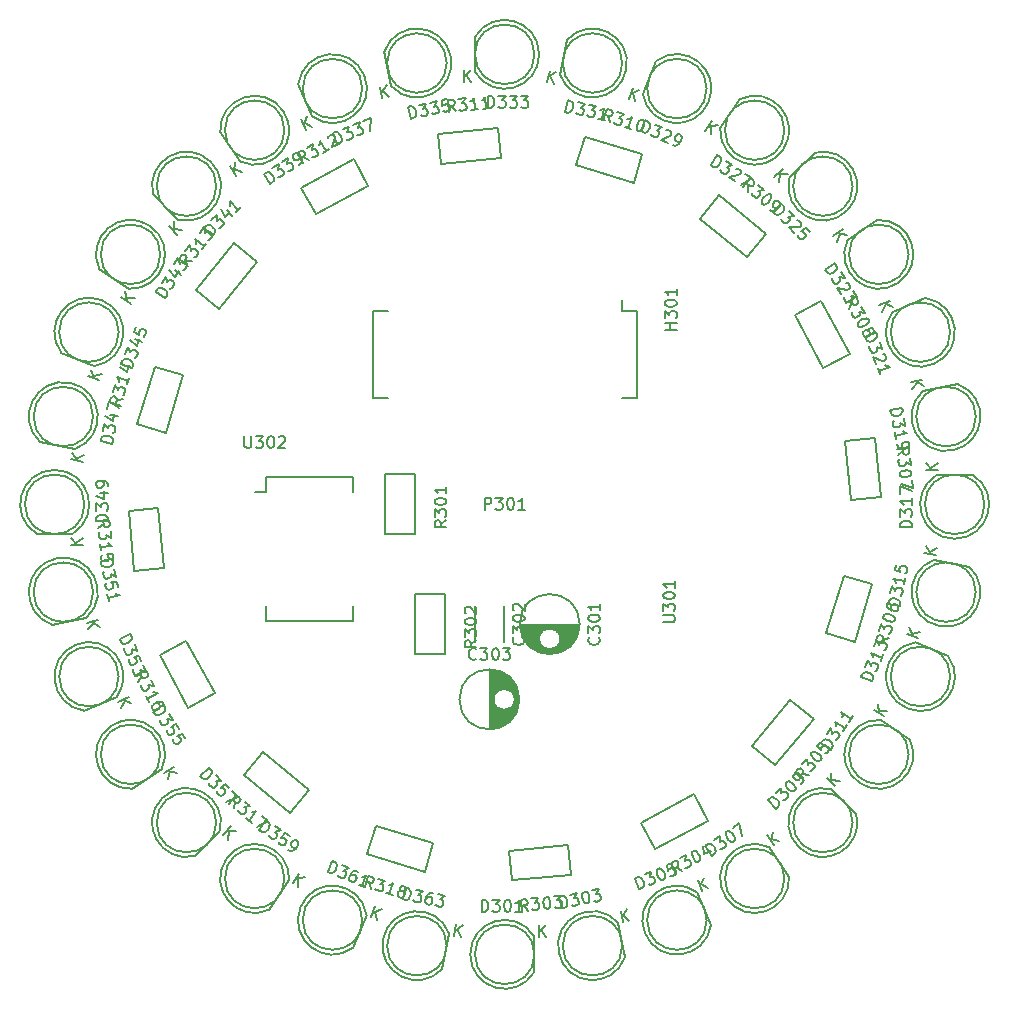
<source format=gbr>
G04 #@! TF.FileFunction,Legend,Top*
%FSLAX46Y46*%
G04 Gerber Fmt 4.6, Leading zero omitted, Abs format (unit mm)*
G04 Created by KiCad (PCBNEW 4.0.0-rc1-stable) date 4/24/2016 3:59:36 PM*
%MOMM*%
G01*
G04 APERTURE LIST*
%ADD10C,0.100000*%
%ADD11C,0.150000*%
G04 APERTURE END LIST*
D10*
D11*
X169606177Y-128403425D02*
X165124972Y-130796166D01*
X165124972Y-130796166D02*
X163928602Y-128555563D01*
X163928602Y-128555563D02*
X168409807Y-126162823D01*
X168409807Y-126162823D02*
X169606177Y-128403425D01*
X144780000Y-99060000D02*
X144780000Y-104140000D01*
X144780000Y-104140000D02*
X142240000Y-104140000D01*
X142240000Y-104140000D02*
X142240000Y-99060000D01*
X142240000Y-99060000D02*
X144780000Y-99060000D01*
X147320000Y-109220000D02*
X147320000Y-114300000D01*
X147320000Y-114300000D02*
X144780000Y-114300000D01*
X144780000Y-114300000D02*
X144780000Y-109220000D01*
X144780000Y-109220000D02*
X147320000Y-109220000D01*
X154884888Y-138175096D02*
G75*
G03X154900000Y-141200000I-2484888J-1524904D01*
G01*
X154900000Y-138200000D02*
X154900000Y-141200000D01*
X154917936Y-139700000D02*
G75*
G03X154917936Y-139700000I-2517936J0D01*
G01*
X161974100Y-136988319D02*
G75*
G03X162576465Y-139952678I-2141374J-1978513D01*
G01*
X161993762Y-137009813D02*
X162576465Y-139952678D01*
X162350661Y-138966832D02*
G75*
G03X162350661Y-138966832I-2517935J0D01*
G01*
X168692421Y-134440057D02*
G75*
G03X169863963Y-137228921I-1712182J-2359753D01*
G01*
X168715913Y-134457282D02*
X169863963Y-137228921D01*
X169498175Y-136799810D02*
G75*
G03X169498175Y-136799810I-2517936J0D01*
G01*
X174787839Y-130630694D02*
G75*
G03X176478762Y-133138891I-1221229J-2647376D01*
G01*
X174814229Y-130643028D02*
X176478762Y-133138891D01*
X176084546Y-133278070D02*
G75*
G03X176084546Y-133278070I-2517936J0D01*
G01*
X180019579Y-125705417D02*
G75*
G03X182169196Y-127833662I-678811J-2835352D01*
G01*
X180047875Y-125712341D02*
X182169196Y-127833662D01*
X181858704Y-128540769D02*
G75*
G03X181858704Y-128540769I-2517936J0D01*
G01*
X184193232Y-119853409D02*
G75*
G03X186715286Y-121523592I-115161J-2913200D01*
G01*
X184222333Y-119854705D02*
X186715286Y-121523592D01*
X186596006Y-122766609D02*
G75*
G03X186596006Y-122766609I-2517935J0D01*
G01*
X187141907Y-113300946D02*
G75*
G03X189942338Y-114444565I457903J-2879293D01*
G01*
X187170699Y-113296515D02*
X189942338Y-114444565D01*
X190117746Y-116180239D02*
G75*
G03X190117746Y-116180239I-2517936J0D01*
G01*
X188975096Y-99115112D02*
G75*
G03X192000000Y-99100000I1524904J-2484888D01*
G01*
X189000000Y-99100000D02*
X192000000Y-99100000D01*
X193017936Y-101600000D02*
G75*
G03X193017936Y-101600000I-2517936J0D01*
G01*
X187788319Y-92025900D02*
G75*
G03X190752678Y-91423535I1978513J-2141374D01*
G01*
X187809813Y-92006238D02*
X190752678Y-91423535D01*
X192284767Y-94167274D02*
G75*
G03X192284767Y-94167274I-2517935J0D01*
G01*
X185240057Y-85307579D02*
G75*
G03X188028921Y-84136037I2359753J-1712182D01*
G01*
X185257282Y-85284087D02*
X188028921Y-84136037D01*
X190117746Y-87019761D02*
G75*
G03X190117746Y-87019761I-2517936J0D01*
G01*
X181430694Y-79212161D02*
G75*
G03X183938891Y-77521238I2647376J-1221229D01*
G01*
X181443028Y-79185771D02*
X183938891Y-77521238D01*
X186596006Y-80433390D02*
G75*
G03X186596006Y-80433390I-2517936J0D01*
G01*
X176505417Y-73980421D02*
G75*
G03X178633662Y-71830804I2835352J-678811D01*
G01*
X176512341Y-73952125D02*
X178633662Y-71830804D01*
X181858705Y-74659232D02*
G75*
G03X181858705Y-74659232I-2517936J0D01*
G01*
X170653409Y-69806768D02*
G75*
G03X172323592Y-67284714I2913200J-115161D01*
G01*
X170654705Y-69777667D02*
X172323592Y-67284714D01*
X176084544Y-69921929D02*
G75*
G03X176084544Y-69921929I-2517935J0D01*
G01*
X164100946Y-66858093D02*
G75*
G03X165244565Y-64057662I2879293J457903D01*
G01*
X164096515Y-66829301D02*
X165244565Y-64057662D01*
X169498175Y-66400190D02*
G75*
G03X169498175Y-66400190I-2517936J0D01*
G01*
X157097208Y-65241607D02*
G75*
G03X157675107Y-62272380I2735517J1008439D01*
G01*
X157087269Y-65214224D02*
X157675107Y-62272380D01*
X162350661Y-64233168D02*
G75*
G03X162350661Y-64233168I-2517936J0D01*
G01*
X158039207Y-132947654D02*
X152983452Y-133443375D01*
X152983452Y-133443375D02*
X152735592Y-130915498D01*
X152735592Y-130915498D02*
X157791347Y-130419776D01*
X157791347Y-130419776D02*
X158039207Y-132947654D01*
X178553661Y-119778616D02*
X175329230Y-123704103D01*
X175329230Y-123704103D02*
X173366487Y-122091887D01*
X173366487Y-122091887D02*
X176590918Y-118166401D01*
X176590918Y-118166401D02*
X178553661Y-119778616D01*
X183519487Y-108386279D02*
X182042720Y-113246892D01*
X182042720Y-113246892D02*
X179612414Y-112508508D01*
X179612414Y-112508508D02*
X181089181Y-107647895D01*
X181089181Y-107647895D02*
X183519487Y-108386279D01*
X183747654Y-95960793D02*
X184243375Y-101016548D01*
X184243375Y-101016548D02*
X181715498Y-101264408D01*
X181715498Y-101264408D02*
X181219776Y-96208653D01*
X181219776Y-96208653D02*
X183747654Y-95960793D01*
X179203425Y-84393823D02*
X181596166Y-88875028D01*
X181596166Y-88875028D02*
X179355563Y-90071398D01*
X179355563Y-90071398D02*
X176962823Y-85590193D01*
X176962823Y-85590193D02*
X179203425Y-84393823D01*
X170578616Y-75446339D02*
X174504103Y-78670770D01*
X174504103Y-78670770D02*
X172891887Y-80633513D01*
X172891887Y-80633513D02*
X168966401Y-77409082D01*
X168966401Y-77409082D02*
X170578616Y-75446339D01*
X159186279Y-70480513D02*
X164046892Y-71957280D01*
X164046892Y-71957280D02*
X163308508Y-74387586D01*
X163308508Y-74387586D02*
X158447895Y-72910819D01*
X158447895Y-72910819D02*
X159186279Y-70480513D01*
X188758393Y-106297208D02*
G75*
G03X191727620Y-106875107I1008439J-2735517D01*
G01*
X188785776Y-106287269D02*
X191727620Y-106875107D01*
X192284768Y-109032725D02*
G75*
G03X192284768Y-109032725I-2517936J0D01*
G01*
X163585000Y-85225000D02*
X162315000Y-85225000D01*
X163585000Y-92575000D02*
X162315000Y-92575000D01*
X141215000Y-92575000D02*
X142485000Y-92575000D01*
X141215000Y-85225000D02*
X142485000Y-85225000D01*
X163585000Y-85225000D02*
X163585000Y-92575000D01*
X141215000Y-85225000D02*
X141215000Y-92575000D01*
X162315000Y-85225000D02*
X162315000Y-84290000D01*
X149915112Y-65024904D02*
G75*
G03X149900000Y-62000000I2484888J1524904D01*
G01*
X149900000Y-65000000D02*
X149900000Y-62000000D01*
X154917936Y-63500000D02*
G75*
G03X154917936Y-63500000I-2517936J0D01*
G01*
X142825900Y-66211681D02*
G75*
G03X142223535Y-63247322I2141374J1978513D01*
G01*
X142806238Y-66190187D02*
X142223535Y-63247322D01*
X147485209Y-64233168D02*
G75*
G03X147485209Y-64233168I-2517935J0D01*
G01*
X136107579Y-68759943D02*
G75*
G03X134936037Y-65971079I1712182J2359753D01*
G01*
X136084087Y-68742718D02*
X134936037Y-65971079D01*
X140337697Y-66400190D02*
G75*
G03X140337697Y-66400190I-2517936J0D01*
G01*
X130012161Y-72569306D02*
G75*
G03X128321238Y-70061109I1221229J2647376D01*
G01*
X129985771Y-72556972D02*
X128321238Y-70061109D01*
X133751326Y-69921930D02*
G75*
G03X133751326Y-69921930I-2517936J0D01*
G01*
X124780421Y-77494583D02*
G75*
G03X122630804Y-75366338I678811J2835352D01*
G01*
X124752125Y-77487659D02*
X122630804Y-75366338D01*
X127977168Y-74659231D02*
G75*
G03X127977168Y-74659231I-2517936J0D01*
G01*
X120606768Y-83346591D02*
G75*
G03X118084714Y-81676408I115161J2913200D01*
G01*
X120577667Y-83345295D02*
X118084714Y-81676408D01*
X123239864Y-80433391D02*
G75*
G03X123239864Y-80433391I-2517935J0D01*
G01*
X117658093Y-89899054D02*
G75*
G03X114857662Y-88755435I-457903J2879293D01*
G01*
X117629301Y-89903485D02*
X114857662Y-88755435D01*
X119718126Y-87019761D02*
G75*
G03X119718126Y-87019761I-2517936J0D01*
G01*
X116041607Y-96902792D02*
G75*
G03X113072380Y-96324893I-1008439J2735517D01*
G01*
X116014224Y-96912731D02*
X113072380Y-96324893D01*
X117551104Y-94167275D02*
G75*
G03X117551104Y-94167275I-2517936J0D01*
G01*
X115824904Y-104084888D02*
G75*
G03X112800000Y-104100000I-1524904J2484888D01*
G01*
X115800000Y-104100000D02*
X112800000Y-104100000D01*
X116817936Y-101600000D02*
G75*
G03X116817936Y-101600000I-2517936J0D01*
G01*
X117011681Y-111174100D02*
G75*
G03X114047322Y-111776465I-1978513J2141374D01*
G01*
X116990187Y-111193762D02*
X114047322Y-111776465D01*
X117551103Y-109032726D02*
G75*
G03X117551103Y-109032726I-2517935J0D01*
G01*
X119559943Y-117892421D02*
G75*
G03X116771079Y-119063963I-2359753J1712182D01*
G01*
X119542718Y-117915913D02*
X116771079Y-119063963D01*
X119718126Y-116180239D02*
G75*
G03X119718126Y-116180239I-2517936J0D01*
G01*
X123369306Y-123987839D02*
G75*
G03X120861109Y-125678762I-2647376J1221229D01*
G01*
X123356972Y-124014229D02*
X120861109Y-125678762D01*
X123239866Y-122766610D02*
G75*
G03X123239866Y-122766610I-2517936J0D01*
G01*
X128294583Y-129219579D02*
G75*
G03X126166338Y-131369196I-2835352J678811D01*
G01*
X128287659Y-129247875D02*
X126166338Y-131369196D01*
X127977167Y-128540768D02*
G75*
G03X127977167Y-128540768I-2517936J0D01*
G01*
X134146591Y-133393232D02*
G75*
G03X132476408Y-135915286I-2913200J115161D01*
G01*
X134145295Y-133422333D02*
X132476408Y-135915286D01*
X133751326Y-133278071D02*
G75*
G03X133751326Y-133278071I-2517935J0D01*
G01*
X140699054Y-136341907D02*
G75*
G03X139555435Y-139142338I-2879293J-457903D01*
G01*
X140703485Y-136370699D02*
X139555435Y-139142338D01*
X140337697Y-136799810D02*
G75*
G03X140337697Y-136799810I-2517936J0D01*
G01*
X147702792Y-137958393D02*
G75*
G03X147124893Y-140927620I-2735517J-1008439D01*
G01*
X147712731Y-137985776D02*
X147124893Y-140927620D01*
X147485211Y-138966832D02*
G75*
G03X147485211Y-138966832I-2517936J0D01*
G01*
X146760793Y-70252346D02*
X151816548Y-69756625D01*
X151816548Y-69756625D02*
X152064408Y-72284502D01*
X152064408Y-72284502D02*
X147008653Y-72780224D01*
X147008653Y-72780224D02*
X146760793Y-70252346D01*
X135193823Y-74796575D02*
X139675028Y-72403834D01*
X139675028Y-72403834D02*
X140871398Y-74644437D01*
X140871398Y-74644437D02*
X136390193Y-77037177D01*
X136390193Y-77037177D02*
X135193823Y-74796575D01*
X126246339Y-83421384D02*
X129470770Y-79495897D01*
X129470770Y-79495897D02*
X131433513Y-81108113D01*
X131433513Y-81108113D02*
X128209082Y-85033599D01*
X128209082Y-85033599D02*
X126246339Y-83421384D01*
X121280513Y-94813721D02*
X122757280Y-89953108D01*
X122757280Y-89953108D02*
X125187586Y-90691492D01*
X125187586Y-90691492D02*
X123710819Y-95552105D01*
X123710819Y-95552105D02*
X121280513Y-94813721D01*
X121052346Y-107239207D02*
X120556625Y-102183452D01*
X120556625Y-102183452D02*
X123084502Y-101935592D01*
X123084502Y-101935592D02*
X123580224Y-106991347D01*
X123580224Y-106991347D02*
X121052346Y-107239207D01*
X125596575Y-118806177D02*
X123203834Y-114324972D01*
X123203834Y-114324972D02*
X125444437Y-113128602D01*
X125444437Y-113128602D02*
X127837177Y-117609807D01*
X127837177Y-117609807D02*
X125596575Y-118806177D01*
X134221384Y-127753661D02*
X130295897Y-124529230D01*
X130295897Y-124529230D02*
X131908113Y-122566487D01*
X131908113Y-122566487D02*
X135833599Y-125790918D01*
X135833599Y-125790918D02*
X134221384Y-127753661D01*
X145613721Y-132719487D02*
X140753108Y-131242720D01*
X140753108Y-131242720D02*
X141491492Y-128812414D01*
X141491492Y-128812414D02*
X146352105Y-130289181D01*
X146352105Y-130289181D02*
X145613721Y-132719487D01*
X158709000Y-111815000D02*
X153711000Y-111815000D01*
X158701000Y-111955000D02*
X153719000Y-111955000D01*
X158685000Y-112095000D02*
X156305000Y-112095000D01*
X156115000Y-112095000D02*
X153735000Y-112095000D01*
X158661000Y-112235000D02*
X156700000Y-112235000D01*
X155720000Y-112235000D02*
X153759000Y-112235000D01*
X158628000Y-112375000D02*
X156867000Y-112375000D01*
X155553000Y-112375000D02*
X153792000Y-112375000D01*
X158587000Y-112515000D02*
X156974000Y-112515000D01*
X155446000Y-112515000D02*
X153833000Y-112515000D01*
X158537000Y-112655000D02*
X157045000Y-112655000D01*
X155375000Y-112655000D02*
X153883000Y-112655000D01*
X158476000Y-112795000D02*
X157089000Y-112795000D01*
X155331000Y-112795000D02*
X153944000Y-112795000D01*
X158406000Y-112935000D02*
X157108000Y-112935000D01*
X155312000Y-112935000D02*
X154014000Y-112935000D01*
X158324000Y-113075000D02*
X157106000Y-113075000D01*
X155314000Y-113075000D02*
X154096000Y-113075000D01*
X158229000Y-113215000D02*
X157081000Y-113215000D01*
X155339000Y-113215000D02*
X154191000Y-113215000D01*
X158118000Y-113355000D02*
X157033000Y-113355000D01*
X155387000Y-113355000D02*
X154302000Y-113355000D01*
X157990000Y-113495000D02*
X156955000Y-113495000D01*
X155465000Y-113495000D02*
X154430000Y-113495000D01*
X157841000Y-113635000D02*
X156838000Y-113635000D01*
X155582000Y-113635000D02*
X154579000Y-113635000D01*
X157662000Y-113775000D02*
X156650000Y-113775000D01*
X155770000Y-113775000D02*
X154758000Y-113775000D01*
X157443000Y-113915000D02*
X154977000Y-113915000D01*
X157154000Y-114055000D02*
X155266000Y-114055000D01*
X156682000Y-114195000D02*
X155738000Y-114195000D01*
X157110000Y-112990000D02*
G75*
G03X157110000Y-112990000I-900000J0D01*
G01*
X158747500Y-111740000D02*
G75*
G03X158747500Y-111740000I-2537500J0D01*
G01*
X152380000Y-110240000D02*
X152380000Y-113240000D01*
X149880000Y-113240000D02*
X149880000Y-110240000D01*
X151185000Y-115611000D02*
X151185000Y-120609000D01*
X151325000Y-115619000D02*
X151325000Y-120601000D01*
X151465000Y-115635000D02*
X151465000Y-118015000D01*
X151465000Y-118205000D02*
X151465000Y-120585000D01*
X151605000Y-115659000D02*
X151605000Y-117620000D01*
X151605000Y-118600000D02*
X151605000Y-120561000D01*
X151745000Y-115692000D02*
X151745000Y-117453000D01*
X151745000Y-118767000D02*
X151745000Y-120528000D01*
X151885000Y-115733000D02*
X151885000Y-117346000D01*
X151885000Y-118874000D02*
X151885000Y-120487000D01*
X152025000Y-115783000D02*
X152025000Y-117275000D01*
X152025000Y-118945000D02*
X152025000Y-120437000D01*
X152165000Y-115844000D02*
X152165000Y-117231000D01*
X152165000Y-118989000D02*
X152165000Y-120376000D01*
X152305000Y-115914000D02*
X152305000Y-117212000D01*
X152305000Y-119008000D02*
X152305000Y-120306000D01*
X152445000Y-115996000D02*
X152445000Y-117214000D01*
X152445000Y-119006000D02*
X152445000Y-120224000D01*
X152585000Y-116091000D02*
X152585000Y-117239000D01*
X152585000Y-118981000D02*
X152585000Y-120129000D01*
X152725000Y-116202000D02*
X152725000Y-117287000D01*
X152725000Y-118933000D02*
X152725000Y-120018000D01*
X152865000Y-116330000D02*
X152865000Y-117365000D01*
X152865000Y-118855000D02*
X152865000Y-119890000D01*
X153005000Y-116479000D02*
X153005000Y-117482000D01*
X153005000Y-118738000D02*
X153005000Y-119741000D01*
X153145000Y-116658000D02*
X153145000Y-117670000D01*
X153145000Y-118550000D02*
X153145000Y-119562000D01*
X153285000Y-116877000D02*
X153285000Y-119343000D01*
X153425000Y-117166000D02*
X153425000Y-119054000D01*
X153565000Y-117638000D02*
X153565000Y-118582000D01*
X153260000Y-118110000D02*
G75*
G03X153260000Y-118110000I-900000J0D01*
G01*
X153647500Y-118110000D02*
G75*
G03X153647500Y-118110000I-2537500J0D01*
G01*
X132215000Y-99305000D02*
X132215000Y-100575000D01*
X139565000Y-99305000D02*
X139565000Y-100575000D01*
X139565000Y-111515000D02*
X139565000Y-110245000D01*
X132215000Y-111515000D02*
X132215000Y-110245000D01*
X132215000Y-99305000D02*
X139565000Y-99305000D01*
X132215000Y-111515000D02*
X139565000Y-111515000D01*
X132215000Y-100575000D02*
X131280000Y-100575000D01*
X167422344Y-132610430D02*
X166904010Y-132347373D01*
X166918272Y-132879580D02*
X166447260Y-131997453D01*
X166783309Y-131818019D01*
X166889750Y-131815167D01*
X166954185Y-131834744D01*
X167041049Y-131896327D01*
X167108336Y-132022345D01*
X167111189Y-132128786D01*
X167091612Y-132193221D01*
X167030029Y-132280085D01*
X166693980Y-132459519D01*
X167245375Y-131571299D02*
X167791453Y-131279720D01*
X167676843Y-131772773D01*
X167802862Y-131705485D01*
X167909303Y-131702632D01*
X167973739Y-131722209D01*
X168060603Y-131783793D01*
X168172749Y-131993823D01*
X168175601Y-132100264D01*
X168156024Y-132164699D01*
X168094441Y-132251564D01*
X167842404Y-132386139D01*
X167735963Y-132388991D01*
X167671528Y-132369414D01*
X168337531Y-130988142D02*
X168421544Y-130943283D01*
X168527985Y-130940431D01*
X168592420Y-130960008D01*
X168679285Y-131021591D01*
X168811007Y-131167185D01*
X168923153Y-131377216D01*
X168970864Y-131567669D01*
X168973716Y-131674111D01*
X168954139Y-131738546D01*
X168892556Y-131825410D01*
X168808543Y-131870269D01*
X168702102Y-131873121D01*
X168637667Y-131853544D01*
X168550803Y-131791961D01*
X168419080Y-131646366D01*
X168306934Y-131436335D01*
X168259224Y-131245882D01*
X168256372Y-131139441D01*
X168275948Y-131075006D01*
X168337531Y-130988142D01*
X169544687Y-130721455D02*
X169858695Y-131309540D01*
X169155223Y-130497553D02*
X169281630Y-131239789D01*
X169827709Y-130948210D01*
X150709524Y-102052381D02*
X150709524Y-101052381D01*
X151090477Y-101052381D01*
X151185715Y-101100000D01*
X151233334Y-101147619D01*
X151280953Y-101242857D01*
X151280953Y-101385714D01*
X151233334Y-101480952D01*
X151185715Y-101528571D01*
X151090477Y-101576190D01*
X150709524Y-101576190D01*
X151614286Y-101052381D02*
X152233334Y-101052381D01*
X151900000Y-101433333D01*
X152042858Y-101433333D01*
X152138096Y-101480952D01*
X152185715Y-101528571D01*
X152233334Y-101623810D01*
X152233334Y-101861905D01*
X152185715Y-101957143D01*
X152138096Y-102004762D01*
X152042858Y-102052381D01*
X151757143Y-102052381D01*
X151661905Y-102004762D01*
X151614286Y-101957143D01*
X152852381Y-101052381D02*
X152947620Y-101052381D01*
X153042858Y-101100000D01*
X153090477Y-101147619D01*
X153138096Y-101242857D01*
X153185715Y-101433333D01*
X153185715Y-101671429D01*
X153138096Y-101861905D01*
X153090477Y-101957143D01*
X153042858Y-102004762D01*
X152947620Y-102052381D01*
X152852381Y-102052381D01*
X152757143Y-102004762D01*
X152709524Y-101957143D01*
X152661905Y-101861905D01*
X152614286Y-101671429D01*
X152614286Y-101433333D01*
X152661905Y-101242857D01*
X152709524Y-101147619D01*
X152757143Y-101100000D01*
X152852381Y-101052381D01*
X154138096Y-102052381D02*
X153566667Y-102052381D01*
X153852381Y-102052381D02*
X153852381Y-101052381D01*
X153757143Y-101195238D01*
X153661905Y-101290476D01*
X153566667Y-101338095D01*
X147462501Y-102967967D02*
X146986310Y-103301301D01*
X147462501Y-103539396D02*
X146462501Y-103539396D01*
X146462501Y-103158443D01*
X146510120Y-103063205D01*
X146557739Y-103015586D01*
X146652977Y-102967967D01*
X146795834Y-102967967D01*
X146891072Y-103015586D01*
X146938691Y-103063205D01*
X146986310Y-103158443D01*
X146986310Y-103539396D01*
X146462501Y-102634634D02*
X146462501Y-102015586D01*
X146843453Y-102348920D01*
X146843453Y-102206062D01*
X146891072Y-102110824D01*
X146938691Y-102063205D01*
X147033930Y-102015586D01*
X147272025Y-102015586D01*
X147367263Y-102063205D01*
X147414882Y-102110824D01*
X147462501Y-102206062D01*
X147462501Y-102491777D01*
X147414882Y-102587015D01*
X147367263Y-102634634D01*
X146462501Y-101396539D02*
X146462501Y-101301300D01*
X146510120Y-101206062D01*
X146557739Y-101158443D01*
X146652977Y-101110824D01*
X146843453Y-101063205D01*
X147081549Y-101063205D01*
X147272025Y-101110824D01*
X147367263Y-101158443D01*
X147414882Y-101206062D01*
X147462501Y-101301300D01*
X147462501Y-101396539D01*
X147414882Y-101491777D01*
X147367263Y-101539396D01*
X147272025Y-101587015D01*
X147081549Y-101634634D01*
X146843453Y-101634634D01*
X146652977Y-101587015D01*
X146557739Y-101539396D01*
X146510120Y-101491777D01*
X146462501Y-101396539D01*
X147462501Y-100110824D02*
X147462501Y-100682253D01*
X147462501Y-100396539D02*
X146462501Y-100396539D01*
X146605358Y-100491777D01*
X146700596Y-100587015D01*
X146748215Y-100682253D01*
X150002501Y-113127967D02*
X149526310Y-113461301D01*
X150002501Y-113699396D02*
X149002501Y-113699396D01*
X149002501Y-113318443D01*
X149050120Y-113223205D01*
X149097739Y-113175586D01*
X149192977Y-113127967D01*
X149335834Y-113127967D01*
X149431072Y-113175586D01*
X149478691Y-113223205D01*
X149526310Y-113318443D01*
X149526310Y-113699396D01*
X149002501Y-112794634D02*
X149002501Y-112175586D01*
X149383453Y-112508920D01*
X149383453Y-112366062D01*
X149431072Y-112270824D01*
X149478691Y-112223205D01*
X149573930Y-112175586D01*
X149812025Y-112175586D01*
X149907263Y-112223205D01*
X149954882Y-112270824D01*
X150002501Y-112366062D01*
X150002501Y-112651777D01*
X149954882Y-112747015D01*
X149907263Y-112794634D01*
X149002501Y-111556539D02*
X149002501Y-111461300D01*
X149050120Y-111366062D01*
X149097739Y-111318443D01*
X149192977Y-111270824D01*
X149383453Y-111223205D01*
X149621549Y-111223205D01*
X149812025Y-111270824D01*
X149907263Y-111318443D01*
X149954882Y-111366062D01*
X150002501Y-111461300D01*
X150002501Y-111556539D01*
X149954882Y-111651777D01*
X149907263Y-111699396D01*
X149812025Y-111747015D01*
X149621549Y-111794634D01*
X149383453Y-111794634D01*
X149192977Y-111747015D01*
X149097739Y-111699396D01*
X149050120Y-111651777D01*
X149002501Y-111556539D01*
X149097739Y-110842253D02*
X149050120Y-110794634D01*
X149002501Y-110699396D01*
X149002501Y-110461300D01*
X149050120Y-110366062D01*
X149097739Y-110318443D01*
X149192977Y-110270824D01*
X149288215Y-110270824D01*
X149431072Y-110318443D01*
X150002501Y-110889872D01*
X150002501Y-110270824D01*
X150455524Y-136088381D02*
X150455524Y-135088381D01*
X150693619Y-135088381D01*
X150836477Y-135136000D01*
X150931715Y-135231238D01*
X150979334Y-135326476D01*
X151026953Y-135516952D01*
X151026953Y-135659810D01*
X150979334Y-135850286D01*
X150931715Y-135945524D01*
X150836477Y-136040762D01*
X150693619Y-136088381D01*
X150455524Y-136088381D01*
X151360286Y-135088381D02*
X151979334Y-135088381D01*
X151646000Y-135469333D01*
X151788858Y-135469333D01*
X151884096Y-135516952D01*
X151931715Y-135564571D01*
X151979334Y-135659810D01*
X151979334Y-135897905D01*
X151931715Y-135993143D01*
X151884096Y-136040762D01*
X151788858Y-136088381D01*
X151503143Y-136088381D01*
X151407905Y-136040762D01*
X151360286Y-135993143D01*
X152598381Y-135088381D02*
X152693620Y-135088381D01*
X152788858Y-135136000D01*
X152836477Y-135183619D01*
X152884096Y-135278857D01*
X152931715Y-135469333D01*
X152931715Y-135707429D01*
X152884096Y-135897905D01*
X152836477Y-135993143D01*
X152788858Y-136040762D01*
X152693620Y-136088381D01*
X152598381Y-136088381D01*
X152503143Y-136040762D01*
X152455524Y-135993143D01*
X152407905Y-135897905D01*
X152360286Y-135707429D01*
X152360286Y-135469333D01*
X152407905Y-135278857D01*
X152455524Y-135183619D01*
X152503143Y-135136000D01*
X152598381Y-135088381D01*
X153884096Y-136088381D02*
X153312667Y-136088381D01*
X153598381Y-136088381D02*
X153598381Y-135088381D01*
X153503143Y-135231238D01*
X153407905Y-135326476D01*
X153312667Y-135374095D01*
X155313095Y-138247381D02*
X155313095Y-137247381D01*
X155884524Y-138247381D02*
X155455952Y-137675952D01*
X155884524Y-137247381D02*
X155313095Y-137818810D01*
X157223782Y-135801679D02*
X157029547Y-134820724D01*
X157263108Y-134774478D01*
X157412494Y-134793442D01*
X157524417Y-134868367D01*
X157589628Y-134952542D01*
X157673337Y-135130142D01*
X157701085Y-135270279D01*
X157691370Y-135466377D01*
X157663156Y-135569050D01*
X157588230Y-135680973D01*
X157457342Y-135755433D01*
X157223782Y-135801679D01*
X157917078Y-134644988D02*
X158524337Y-134524748D01*
X158271345Y-134963189D01*
X158411482Y-134935441D01*
X158514156Y-134963655D01*
X158570117Y-135001118D01*
X158635328Y-135085294D01*
X158681574Y-135318854D01*
X158653360Y-135421528D01*
X158615898Y-135477489D01*
X158531723Y-135542700D01*
X158251449Y-135598195D01*
X158148776Y-135569982D01*
X158092814Y-135532519D01*
X159131594Y-134404507D02*
X159225019Y-134386009D01*
X159327693Y-134414222D01*
X159383654Y-134451685D01*
X159448865Y-134535860D01*
X159532574Y-134713459D01*
X159578820Y-134947021D01*
X159569105Y-135143118D01*
X159540891Y-135245792D01*
X159503429Y-135301753D01*
X159419254Y-135366964D01*
X159325828Y-135385463D01*
X159223155Y-135357249D01*
X159167194Y-135319786D01*
X159101983Y-135235611D01*
X159018274Y-135058012D01*
X158972027Y-134824450D01*
X158981743Y-134628353D01*
X159009956Y-134525679D01*
X159047419Y-134469718D01*
X159131594Y-134404507D01*
X159785564Y-134275018D02*
X160392823Y-134154777D01*
X160139831Y-134593219D01*
X160279968Y-134565471D01*
X160382642Y-134593685D01*
X160438603Y-134631148D01*
X160503814Y-134715324D01*
X160550060Y-134948884D01*
X160521847Y-135051558D01*
X160484384Y-135107519D01*
X160400209Y-135172730D01*
X160119935Y-135228225D01*
X160017262Y-135200012D01*
X159961300Y-135162549D01*
X162408193Y-136976054D02*
X162213959Y-135995099D01*
X162968739Y-136865063D02*
X162437338Y-136387760D01*
X162774505Y-135884108D02*
X162324950Y-136555645D01*
X163801671Y-134207228D02*
X163418987Y-133283348D01*
X163638958Y-133192233D01*
X163789165Y-133181558D01*
X163913599Y-133233100D01*
X163994039Y-133302866D01*
X164110926Y-133460620D01*
X164165595Y-133592603D01*
X164194493Y-133786803D01*
X164186945Y-133893015D01*
X164135402Y-134017449D01*
X164021642Y-134116113D01*
X163801671Y-134207228D01*
X164254878Y-132937111D02*
X164826804Y-132700211D01*
X164664628Y-133179726D01*
X164796611Y-133125057D01*
X164902823Y-133132605D01*
X164965040Y-133158377D01*
X165045480Y-133228143D01*
X165136595Y-133448114D01*
X165129047Y-133554325D01*
X165103276Y-133616543D01*
X165033511Y-133696983D01*
X164769544Y-133806321D01*
X164663333Y-133798773D01*
X164601116Y-133773002D01*
X165398729Y-132463312D02*
X165486718Y-132426866D01*
X165592930Y-132434414D01*
X165655147Y-132460185D01*
X165735587Y-132529951D01*
X165852473Y-132687705D01*
X165943589Y-132907677D01*
X165972486Y-133101877D01*
X165964938Y-133208088D01*
X165939167Y-133270305D01*
X165869402Y-133350745D01*
X165781412Y-133387192D01*
X165675201Y-133379644D01*
X165612984Y-133353872D01*
X165532543Y-133284107D01*
X165415657Y-133126353D01*
X165324542Y-132906381D01*
X165295644Y-132712181D01*
X165303192Y-132605970D01*
X165328963Y-132543753D01*
X165398729Y-132463312D01*
X166542580Y-131989513D02*
X166102637Y-132171744D01*
X166240873Y-132629909D01*
X166266644Y-132567692D01*
X166336410Y-132487252D01*
X166556382Y-132396136D01*
X166662593Y-132403684D01*
X166724810Y-132429456D01*
X166805251Y-132499222D01*
X166896366Y-132719193D01*
X166888818Y-132825405D01*
X166863047Y-132887622D01*
X166793281Y-132968062D01*
X166573309Y-133059177D01*
X166467098Y-133051629D01*
X166404880Y-133025858D01*
X169115694Y-134342972D02*
X168733011Y-133419093D01*
X169643626Y-134124296D02*
X169029000Y-133760372D01*
X169260942Y-133200416D02*
X168951687Y-133947024D01*
X169945009Y-131352250D02*
X169390164Y-130520296D01*
X169588248Y-130388191D01*
X169733521Y-130348543D01*
X169865597Y-130374935D01*
X169958056Y-130427747D01*
X170103357Y-130559794D01*
X170182621Y-130678645D01*
X170248689Y-130863533D01*
X170261914Y-130969188D01*
X170235523Y-131101264D01*
X170143093Y-131220145D01*
X169945009Y-131352250D01*
X170142885Y-130018294D02*
X170657904Y-129674819D01*
X170591955Y-130176702D01*
X170710806Y-130097438D01*
X170816461Y-130084213D01*
X170882499Y-130097408D01*
X170974958Y-130150222D01*
X171107064Y-130348306D01*
X171120290Y-130453960D01*
X171107094Y-130519998D01*
X171054281Y-130612457D01*
X170816580Y-130770985D01*
X170710925Y-130784210D01*
X170644887Y-130771015D01*
X171172923Y-129331344D02*
X171252157Y-129278501D01*
X171357812Y-129265276D01*
X171423850Y-129278471D01*
X171516309Y-129331284D01*
X171661611Y-129463330D01*
X171793717Y-129661415D01*
X171859785Y-129846303D01*
X171873010Y-129951958D01*
X171859814Y-130017996D01*
X171807002Y-130110455D01*
X171727767Y-130163298D01*
X171622113Y-130176524D01*
X171556075Y-130163328D01*
X171463615Y-130110515D01*
X171318314Y-129978469D01*
X171186208Y-129780384D01*
X171120140Y-129595496D01*
X171106915Y-129489841D01*
X171120110Y-129423803D01*
X171172923Y-129331344D01*
X171727559Y-128961448D02*
X172282196Y-128591551D01*
X172480488Y-129661296D01*
X175184194Y-130453244D02*
X174629350Y-129621290D01*
X175659597Y-130136190D02*
X174985990Y-129898578D01*
X175104752Y-129304235D02*
X174946404Y-130096692D01*
X175412016Y-127361921D02*
X174704909Y-126654814D01*
X174873267Y-126486455D01*
X175007955Y-126419111D01*
X175142642Y-126419111D01*
X175243657Y-126452783D01*
X175412016Y-126553798D01*
X175513031Y-126654814D01*
X175614047Y-126823173D01*
X175647718Y-126924188D01*
X175647718Y-127058875D01*
X175580374Y-127193562D01*
X175412016Y-127361921D01*
X175344672Y-126015051D02*
X175782405Y-125577318D01*
X175816076Y-126082394D01*
X175917092Y-125981378D01*
X176018107Y-125947706D01*
X176085451Y-125947706D01*
X176186467Y-125981379D01*
X176354825Y-126149737D01*
X176388497Y-126250753D01*
X176388497Y-126318096D01*
X176354825Y-126419111D01*
X176152794Y-126621142D01*
X176051779Y-126654814D01*
X175984436Y-126654814D01*
X176220138Y-125139585D02*
X176287482Y-125072241D01*
X176388497Y-125038569D01*
X176455840Y-125038569D01*
X176556855Y-125072241D01*
X176725214Y-125173256D01*
X176893573Y-125341616D01*
X176994588Y-125509974D01*
X177028260Y-125610989D01*
X177028260Y-125678333D01*
X176994588Y-125779348D01*
X176927244Y-125846692D01*
X176826229Y-125880364D01*
X176758886Y-125880364D01*
X176657871Y-125846692D01*
X176489512Y-125745677D01*
X176321153Y-125577318D01*
X176220138Y-125408959D01*
X176186466Y-125307944D01*
X176186466Y-125240600D01*
X176220138Y-125139585D01*
X177499664Y-125274272D02*
X177634351Y-125139585D01*
X177668024Y-125038569D01*
X177668024Y-124971226D01*
X177634352Y-124802867D01*
X177533337Y-124634509D01*
X177263962Y-124365134D01*
X177162947Y-124331463D01*
X177095604Y-124331463D01*
X176994588Y-124365134D01*
X176859901Y-124499822D01*
X176826229Y-124600837D01*
X176826229Y-124668180D01*
X176859901Y-124769196D01*
X177028259Y-124937554D01*
X177129275Y-124971226D01*
X177196619Y-124971227D01*
X177297634Y-124937555D01*
X177432322Y-124802867D01*
X177465993Y-124701852D01*
X177465993Y-124634508D01*
X177432321Y-124533493D01*
X180373481Y-125453742D02*
X179666374Y-124746636D01*
X180777542Y-125049681D02*
X180070435Y-124948666D01*
X180070435Y-124342574D02*
X180070435Y-125150697D01*
X179995167Y-122373310D02*
X179164183Y-121817014D01*
X179296634Y-121619161D01*
X179415676Y-121526938D01*
X179547798Y-121500778D01*
X179653429Y-121514187D01*
X179838202Y-121580578D01*
X179956915Y-121660049D01*
X180088707Y-121805581D01*
X180141358Y-121898132D01*
X180167519Y-122030254D01*
X180127618Y-122175457D01*
X179995167Y-122373310D01*
X179667498Y-121065171D02*
X180011872Y-120550752D01*
X180143005Y-121039669D01*
X180222476Y-120920956D01*
X180315027Y-120868305D01*
X180381088Y-120855225D01*
X180486720Y-120868635D01*
X180684573Y-121001086D01*
X180737224Y-121093638D01*
X180750305Y-121159698D01*
X180736895Y-121265330D01*
X180577953Y-121502755D01*
X180485402Y-121555406D01*
X180419341Y-121568486D01*
X181372661Y-120315634D02*
X181054778Y-120790482D01*
X181213719Y-120553058D02*
X180382735Y-119996763D01*
X180448466Y-120155375D01*
X180474627Y-120287497D01*
X180461217Y-120393128D01*
X181902467Y-119524220D02*
X181584583Y-119999068D01*
X181743525Y-119761645D02*
X180912540Y-119205349D01*
X180978272Y-119363961D01*
X181004433Y-119496083D01*
X180991023Y-119601714D01*
X184491509Y-119537787D02*
X183660525Y-118981491D01*
X184809392Y-119062938D02*
X184096131Y-119101191D01*
X183978408Y-118506642D02*
X184135373Y-119299374D01*
X183518990Y-116594594D02*
X182595111Y-116211910D01*
X182686226Y-115991939D01*
X182784889Y-115878179D01*
X182909324Y-115826636D01*
X183015535Y-115819088D01*
X183209735Y-115847986D01*
X183341719Y-115902655D01*
X183499473Y-116019542D01*
X183569238Y-116099982D01*
X183620781Y-116224416D01*
X183610105Y-116374623D01*
X183518990Y-116594594D01*
X182941348Y-115376019D02*
X183178248Y-114804094D01*
X183402640Y-115257838D01*
X183457309Y-115125854D01*
X183537750Y-115056089D01*
X183599967Y-115030318D01*
X183706179Y-115022770D01*
X183926150Y-115113885D01*
X183995916Y-115194325D01*
X184021687Y-115256542D01*
X184029235Y-115362754D01*
X183919897Y-115626720D01*
X183839457Y-115696486D01*
X183777239Y-115722257D01*
X184466588Y-114306892D02*
X184247911Y-114834823D01*
X184357249Y-114570858D02*
X183433370Y-114188175D01*
X183528906Y-114330832D01*
X183580449Y-114455266D01*
X183587997Y-114561478D01*
X183670269Y-113616249D02*
X183907169Y-113044323D01*
X184131561Y-113498067D01*
X184186230Y-113366084D01*
X184266671Y-113296318D01*
X184328888Y-113270547D01*
X184435100Y-113262999D01*
X184655071Y-113354114D01*
X184724837Y-113434555D01*
X184750608Y-113496772D01*
X184758156Y-113602983D01*
X184648818Y-113866950D01*
X184568377Y-113936715D01*
X184506160Y-113962486D01*
X187372558Y-112932997D02*
X186448678Y-112550314D01*
X187591234Y-112405066D02*
X186899295Y-112582338D01*
X186667355Y-112022382D02*
X186976610Y-112768990D01*
X186888381Y-103544476D02*
X185888381Y-103544476D01*
X185888381Y-103306381D01*
X185936000Y-103163523D01*
X186031238Y-103068285D01*
X186126476Y-103020666D01*
X186316952Y-102973047D01*
X186459810Y-102973047D01*
X186650286Y-103020666D01*
X186745524Y-103068285D01*
X186840762Y-103163523D01*
X186888381Y-103306381D01*
X186888381Y-103544476D01*
X185888381Y-102639714D02*
X185888381Y-102020666D01*
X186269333Y-102354000D01*
X186269333Y-102211142D01*
X186316952Y-102115904D01*
X186364571Y-102068285D01*
X186459810Y-102020666D01*
X186697905Y-102020666D01*
X186793143Y-102068285D01*
X186840762Y-102115904D01*
X186888381Y-102211142D01*
X186888381Y-102496857D01*
X186840762Y-102592095D01*
X186793143Y-102639714D01*
X186888381Y-101068285D02*
X186888381Y-101639714D01*
X186888381Y-101354000D02*
X185888381Y-101354000D01*
X186031238Y-101449238D01*
X186126476Y-101544476D01*
X186174095Y-101639714D01*
X185888381Y-100734952D02*
X185888381Y-100068285D01*
X186888381Y-100496857D01*
X189047381Y-98686905D02*
X188047381Y-98686905D01*
X189047381Y-98115476D02*
X188475952Y-98544048D01*
X188047381Y-98115476D02*
X188618810Y-98686905D01*
X185057451Y-93635392D02*
X186038406Y-93441157D01*
X186084652Y-93674718D01*
X186065688Y-93824104D01*
X185990763Y-93936027D01*
X185906588Y-94001238D01*
X185728988Y-94084947D01*
X185588851Y-94112695D01*
X185392753Y-94102980D01*
X185290080Y-94074766D01*
X185178157Y-93999840D01*
X185103697Y-93868952D01*
X185057451Y-93635392D01*
X186214142Y-94328688D02*
X186334382Y-94935947D01*
X185895941Y-94682955D01*
X185923689Y-94823092D01*
X185895475Y-94925766D01*
X185858012Y-94981727D01*
X185773836Y-95046938D01*
X185540276Y-95093184D01*
X185437602Y-95064970D01*
X185381641Y-95027508D01*
X185316430Y-94943333D01*
X185260935Y-94663059D01*
X185289148Y-94560386D01*
X185326611Y-94504424D01*
X185538412Y-96064424D02*
X185427421Y-95503878D01*
X185482917Y-95784151D02*
X186463872Y-95589916D01*
X186305237Y-95524240D01*
X186193314Y-95449314D01*
X186128104Y-95365139D01*
X185630905Y-96531545D02*
X185667902Y-96718394D01*
X185733113Y-96802570D01*
X185789074Y-96840032D01*
X185947709Y-96905709D01*
X186143806Y-96915424D01*
X186517504Y-96841430D01*
X186601679Y-96776219D01*
X186639142Y-96720258D01*
X186667356Y-96617584D01*
X186630358Y-96430735D01*
X186565148Y-96346560D01*
X186509187Y-96309097D01*
X186406513Y-96280884D01*
X186172953Y-96327130D01*
X186088778Y-96392340D01*
X186051314Y-96448302D01*
X186023100Y-96550975D01*
X186060097Y-96737825D01*
X186125308Y-96822000D01*
X186181270Y-96859462D01*
X186283944Y-96887676D01*
X186786782Y-91253709D02*
X187767737Y-91059475D01*
X186897773Y-91814255D02*
X187375076Y-91282854D01*
X187878728Y-91620021D02*
X187207191Y-91170466D01*
X182877502Y-87420975D02*
X183801382Y-87038291D01*
X183892497Y-87258262D01*
X183903172Y-87408469D01*
X183851630Y-87532903D01*
X183781864Y-87613343D01*
X183624110Y-87730230D01*
X183492127Y-87784899D01*
X183297927Y-87813797D01*
X183191715Y-87806249D01*
X183067281Y-87754706D01*
X182968617Y-87640946D01*
X182877502Y-87420975D01*
X184147619Y-87874182D02*
X184384519Y-88446108D01*
X183905004Y-88283932D01*
X183959673Y-88415915D01*
X183952125Y-88522127D01*
X183926353Y-88584344D01*
X183856587Y-88664784D01*
X183636616Y-88755899D01*
X183530405Y-88748351D01*
X183468187Y-88722580D01*
X183387747Y-88652815D01*
X183278409Y-88388848D01*
X183285957Y-88282637D01*
X183311728Y-88220420D01*
X184442314Y-88834508D02*
X184504531Y-88860279D01*
X184584972Y-88930044D01*
X184676087Y-89150016D01*
X184668539Y-89256228D01*
X184642768Y-89318445D01*
X184573002Y-89398885D01*
X184485014Y-89435331D01*
X184334808Y-89446006D01*
X183588200Y-89136751D01*
X183825100Y-89708677D01*
X184189560Y-90588562D02*
X183970884Y-90060630D01*
X184080222Y-90324596D02*
X185004101Y-89941912D01*
X184835672Y-89908593D01*
X184711238Y-89857050D01*
X184630798Y-89787285D01*
X184106628Y-84746605D02*
X185030507Y-84363922D01*
X184325304Y-85274537D02*
X184689228Y-84659911D01*
X185249184Y-84891853D02*
X184502576Y-84582598D01*
X179523628Y-81744197D02*
X180355582Y-81189352D01*
X180487687Y-81387436D01*
X180527335Y-81532709D01*
X180500943Y-81664785D01*
X180448131Y-81757244D01*
X180316084Y-81902545D01*
X180197233Y-81981809D01*
X180012345Y-82047877D01*
X179906690Y-82061102D01*
X179774614Y-82034711D01*
X179655733Y-81942281D01*
X179523628Y-81744197D01*
X180857584Y-81942073D02*
X181201059Y-82457092D01*
X180699176Y-82391143D01*
X180778440Y-82509994D01*
X180791665Y-82615649D01*
X180778470Y-82681687D01*
X180725656Y-82774146D01*
X180527572Y-82906252D01*
X180421918Y-82919478D01*
X180355880Y-82906282D01*
X180263421Y-82853469D01*
X180104893Y-82615768D01*
X180091668Y-82510113D01*
X180104863Y-82444075D01*
X181333195Y-82826869D02*
X181399233Y-82840065D01*
X181491692Y-82892877D01*
X181623798Y-83090962D01*
X181637023Y-83196617D01*
X181623828Y-83262655D01*
X181571015Y-83355114D01*
X181491782Y-83407956D01*
X181346510Y-83447603D01*
X180554053Y-83289254D01*
X180897528Y-83804274D01*
X181914430Y-83526747D02*
X182257906Y-84041767D01*
X181756023Y-83975817D01*
X181835287Y-84094669D01*
X181848512Y-84200323D01*
X181835316Y-84266361D01*
X181782503Y-84358821D01*
X181584419Y-84490927D01*
X181478764Y-84504152D01*
X181412726Y-84490956D01*
X181320267Y-84438144D01*
X181161740Y-84200442D01*
X181148514Y-84094787D01*
X181161710Y-84028749D01*
X180209890Y-78882022D02*
X181041844Y-78327178D01*
X180526944Y-79357425D02*
X180764556Y-78683818D01*
X181358899Y-78802580D02*
X180566442Y-78644232D01*
X175131463Y-76837054D02*
X175838570Y-76129947D01*
X176006929Y-76298305D01*
X176074273Y-76432993D01*
X176074273Y-76567680D01*
X176040601Y-76668695D01*
X175939586Y-76837054D01*
X175838570Y-76938069D01*
X175670211Y-77039085D01*
X175569196Y-77072756D01*
X175434509Y-77072756D01*
X175299822Y-77005412D01*
X175131463Y-76837054D01*
X176478333Y-76769710D02*
X176916066Y-77207443D01*
X176410990Y-77241114D01*
X176512006Y-77342130D01*
X176545678Y-77443145D01*
X176545678Y-77510489D01*
X176512005Y-77611505D01*
X176343647Y-77779863D01*
X176242631Y-77813535D01*
X176175288Y-77813535D01*
X176074273Y-77779863D01*
X175872242Y-77577832D01*
X175838570Y-77476817D01*
X175838570Y-77409474D01*
X177118097Y-77544160D02*
X177185440Y-77544160D01*
X177286455Y-77577832D01*
X177454815Y-77746191D01*
X177488486Y-77847207D01*
X177488486Y-77914550D01*
X177454815Y-78015565D01*
X177387471Y-78082909D01*
X177252784Y-78150252D01*
X176444662Y-78150252D01*
X176882395Y-78587985D01*
X178229265Y-78520642D02*
X177892547Y-78183924D01*
X177522158Y-78486969D01*
X177589502Y-78486969D01*
X177690517Y-78520641D01*
X177858876Y-78689000D01*
X177892548Y-78790015D01*
X177892548Y-78857359D01*
X177858875Y-78958375D01*
X177690517Y-79126733D01*
X177589502Y-79160405D01*
X177522158Y-79160405D01*
X177421143Y-79126733D01*
X177252784Y-78958374D01*
X177219112Y-78857359D01*
X177219112Y-78790015D01*
X175243590Y-73895893D02*
X175950696Y-73188786D01*
X175647651Y-74299954D02*
X175748666Y-73592847D01*
X176354758Y-73592847D02*
X175546635Y-73592847D01*
X169860477Y-72875866D02*
X170416773Y-72044882D01*
X170614626Y-72177333D01*
X170706849Y-72296375D01*
X170733009Y-72428497D01*
X170719600Y-72534128D01*
X170653209Y-72718901D01*
X170573738Y-72837614D01*
X170428206Y-72969406D01*
X170335655Y-73022057D01*
X170203533Y-73048218D01*
X170058330Y-73008317D01*
X169860477Y-72875866D01*
X171168616Y-72548197D02*
X171683035Y-72892571D01*
X171194118Y-73023704D01*
X171312831Y-73103175D01*
X171365482Y-73195726D01*
X171378562Y-73261787D01*
X171365152Y-73367419D01*
X171232701Y-73565272D01*
X171140149Y-73617923D01*
X171074089Y-73631004D01*
X170968457Y-73617594D01*
X170731032Y-73458652D01*
X170678381Y-73366101D01*
X170665301Y-73300040D01*
X171946620Y-73183634D02*
X172012681Y-73170553D01*
X172118312Y-73183963D01*
X172316166Y-73316415D01*
X172368817Y-73408966D01*
X172381898Y-73475027D01*
X172368488Y-73580659D01*
X172315508Y-73659800D01*
X172196466Y-73752022D01*
X171403734Y-73908987D01*
X171918153Y-74253360D01*
X172751444Y-73607808D02*
X173305433Y-73978672D01*
X172393001Y-74571243D01*
X169399193Y-69968941D02*
X169955489Y-69137957D01*
X169874042Y-70286824D02*
X169835789Y-69573563D01*
X170430338Y-69455840D02*
X169637606Y-69612805D01*
X163924764Y-70023066D02*
X164307448Y-69099187D01*
X164527419Y-69190302D01*
X164641179Y-69288965D01*
X164692722Y-69413400D01*
X164700270Y-69519611D01*
X164671372Y-69713811D01*
X164616703Y-69845795D01*
X164499816Y-70003549D01*
X164419376Y-70073314D01*
X164294942Y-70124857D01*
X164144735Y-70114181D01*
X163924764Y-70023066D01*
X165143339Y-69445424D02*
X165715264Y-69682324D01*
X165261520Y-69906716D01*
X165393504Y-69961385D01*
X165463269Y-70041826D01*
X165489040Y-70104043D01*
X165496588Y-70210255D01*
X165405473Y-70430226D01*
X165325033Y-70499992D01*
X165262816Y-70525763D01*
X165156604Y-70533311D01*
X164892638Y-70423973D01*
X164822872Y-70343533D01*
X164797101Y-70281315D01*
X166030772Y-69916096D02*
X166092989Y-69890325D01*
X166199201Y-69882777D01*
X166419173Y-69973892D01*
X166488938Y-70054332D01*
X166514710Y-70116550D01*
X166522258Y-70222761D01*
X166485812Y-70310749D01*
X166387148Y-70424509D01*
X165640541Y-70733764D01*
X166212466Y-70970664D01*
X166652408Y-71152894D02*
X166828385Y-71225786D01*
X166934598Y-71218238D01*
X166996815Y-71192467D01*
X167139472Y-71096930D01*
X167256359Y-70939176D01*
X167402143Y-70587221D01*
X167394595Y-70481010D01*
X167368824Y-70418793D01*
X167299058Y-70338353D01*
X167123080Y-70265460D01*
X167016869Y-70273008D01*
X166954652Y-70298780D01*
X166874211Y-70368545D01*
X166783096Y-70588516D01*
X166790645Y-70694728D01*
X166816416Y-70756946D01*
X166886181Y-70837386D01*
X167062159Y-70910278D01*
X167168370Y-70902730D01*
X167230588Y-70876958D01*
X167311028Y-70807193D01*
X162902823Y-67262880D02*
X163285506Y-66339000D01*
X163430754Y-67481556D02*
X163253482Y-66789617D01*
X163813438Y-66557677D02*
X163066830Y-66866932D01*
X157539128Y-68380525D02*
X157735074Y-67399911D01*
X157968554Y-67446564D01*
X158099312Y-67521253D01*
X158174042Y-67633306D01*
X158202076Y-67736029D01*
X158211449Y-67932143D01*
X158183457Y-68072231D01*
X158099438Y-68249684D01*
X158034080Y-68333745D01*
X157922027Y-68408476D01*
X157772608Y-68427179D01*
X157539128Y-68380525D01*
X158622297Y-67577195D02*
X159229345Y-67698495D01*
X158827826Y-68006747D01*
X158967915Y-68034739D01*
X159051976Y-68100097D01*
X159089341Y-68156123D01*
X159117375Y-68258847D01*
X159070722Y-68492326D01*
X159005364Y-68576387D01*
X158949338Y-68613752D01*
X158846615Y-68641787D01*
X158566439Y-68585802D01*
X158482378Y-68520445D01*
X158445013Y-68464418D01*
X159556216Y-67763811D02*
X160163263Y-67885111D01*
X159761745Y-68193362D01*
X159901834Y-68221355D01*
X159985895Y-68286712D01*
X160023260Y-68342739D01*
X160051294Y-68445462D01*
X160004640Y-68678942D01*
X159939283Y-68763003D01*
X159883256Y-68800368D01*
X159780534Y-68828402D01*
X159500357Y-68772417D01*
X159416296Y-68707060D01*
X159378931Y-68651033D01*
X160901236Y-69052341D02*
X160340884Y-68940371D01*
X160621060Y-68996356D02*
X160817006Y-68015741D01*
X160695622Y-68137167D01*
X160583569Y-68211898D01*
X160480846Y-68239932D01*
X156000526Y-65871402D02*
X156196472Y-64890788D01*
X156560877Y-65983371D02*
X156252583Y-65339043D01*
X156756824Y-65002757D02*
X156084503Y-65451139D01*
X154411657Y-135998704D02*
X154033446Y-135557313D01*
X153842956Y-136054466D02*
X153745373Y-135059238D01*
X154124508Y-135022064D01*
X154223938Y-135060162D01*
X154275976Y-135102907D01*
X154332662Y-135193043D01*
X154346602Y-135335219D01*
X154308504Y-135434649D01*
X154265759Y-135486687D01*
X154175622Y-135543373D01*
X153796488Y-135580547D01*
X154645817Y-134970949D02*
X155261910Y-134910540D01*
X154967341Y-135322202D01*
X155109518Y-135308261D01*
X155208948Y-135346360D01*
X155260986Y-135389104D01*
X155317672Y-135479242D01*
X155340906Y-135716201D01*
X155302808Y-135815631D01*
X155260063Y-135867670D01*
X155169926Y-135924355D01*
X154885575Y-135952236D01*
X154786144Y-135914138D01*
X154734106Y-135871393D01*
X155878003Y-134850132D02*
X155972787Y-134840838D01*
X156072217Y-134878936D01*
X156124256Y-134921681D01*
X156180941Y-135011818D01*
X156246920Y-135196738D01*
X156270154Y-135433698D01*
X156241350Y-135627911D01*
X156203252Y-135727342D01*
X156160507Y-135779380D01*
X156070370Y-135836066D01*
X155975586Y-135845359D01*
X155876155Y-135807261D01*
X155824117Y-135764516D01*
X155767431Y-135674380D01*
X155701453Y-135489459D01*
X155678218Y-135252500D01*
X155707023Y-135058286D01*
X155745121Y-134958856D01*
X155787866Y-134906817D01*
X155878003Y-134850132D01*
X156541488Y-134785077D02*
X157157582Y-134724668D01*
X156863013Y-135136330D01*
X157005189Y-135122389D01*
X157104619Y-135160487D01*
X157156658Y-135203232D01*
X157213343Y-135293370D01*
X157236577Y-135530329D01*
X157198479Y-135629759D01*
X157155734Y-135681797D01*
X157065597Y-135738483D01*
X156781246Y-135766364D01*
X156681816Y-135728265D01*
X156629777Y-135685521D01*
X178146014Y-124501099D02*
X177566468Y-124456425D01*
X177783310Y-124942662D02*
X177010577Y-124307931D01*
X177252379Y-124013556D01*
X177349626Y-123970188D01*
X177416649Y-123963616D01*
X177520467Y-123987270D01*
X177630858Y-124077945D01*
X177674226Y-124175193D01*
X177680798Y-124242215D01*
X177657144Y-124346033D01*
X177415342Y-124640409D01*
X177584857Y-123608791D02*
X177977785Y-123130432D01*
X178060583Y-123629812D01*
X178151259Y-123519421D01*
X178248506Y-123476053D01*
X178315528Y-123469481D01*
X178419348Y-123493135D01*
X178603332Y-123644262D01*
X178646700Y-123741509D01*
X178653272Y-123808531D01*
X178629618Y-123912350D01*
X178448266Y-124133131D01*
X178351019Y-124176500D01*
X178283997Y-124183071D01*
X178370713Y-122652074D02*
X178431165Y-122578479D01*
X178528412Y-122535111D01*
X178595434Y-122528539D01*
X178699253Y-122552193D01*
X178876665Y-122636297D01*
X179060650Y-122787424D01*
X179177612Y-122945122D01*
X179220980Y-123042369D01*
X179227552Y-123109391D01*
X179203898Y-123213210D01*
X179143447Y-123286804D01*
X179046200Y-123330172D01*
X178979178Y-123336744D01*
X178875359Y-123313090D01*
X178697946Y-123228986D01*
X178513962Y-123077859D01*
X178397000Y-122920162D01*
X178353631Y-122822914D01*
X178347060Y-122755892D01*
X178370713Y-122652074D01*
X179156571Y-121695355D02*
X178854318Y-122063324D01*
X179192061Y-122402373D01*
X179185489Y-122335351D01*
X179209143Y-122231532D01*
X179360269Y-122047547D01*
X179457517Y-122004179D01*
X179524539Y-121997608D01*
X179628358Y-122021262D01*
X179812342Y-122172388D01*
X179855711Y-122269635D01*
X179862282Y-122336657D01*
X179838629Y-122440476D01*
X179687502Y-122624461D01*
X179590255Y-122667829D01*
X179523233Y-122674401D01*
X184950086Y-112905284D02*
X184397559Y-113085792D01*
X184783970Y-113452035D02*
X183827157Y-113161332D01*
X183937900Y-112796831D01*
X184011149Y-112719549D01*
X184070554Y-112687830D01*
X184175522Y-112669953D01*
X184312210Y-112711482D01*
X184389492Y-112784730D01*
X184421211Y-112844136D01*
X184439088Y-112949104D01*
X184328344Y-113313605D01*
X184090173Y-112295644D02*
X184270132Y-111703330D01*
X184537731Y-112133012D01*
X184579260Y-111996324D01*
X184652508Y-111919042D01*
X184711914Y-111887322D01*
X184816883Y-111869446D01*
X185044695Y-111938661D01*
X185121977Y-112011909D01*
X185153697Y-112071315D01*
X185171573Y-112176282D01*
X185088515Y-112449658D01*
X185015267Y-112526941D01*
X184955861Y-112558660D01*
X184450090Y-111111018D02*
X184477776Y-111019892D01*
X184551024Y-110942610D01*
X184610430Y-110910890D01*
X184715398Y-110893013D01*
X184911491Y-110902823D01*
X185139304Y-110972038D01*
X185307711Y-111072972D01*
X185384993Y-111146220D01*
X185416713Y-111205626D01*
X185434590Y-111310594D01*
X185406903Y-111401720D01*
X185333655Y-111479002D01*
X185274250Y-111510721D01*
X185169282Y-111528598D01*
X184973189Y-111518789D01*
X184745375Y-111449574D01*
X184576968Y-111348639D01*
X184499686Y-111275391D01*
X184467966Y-111215986D01*
X184450090Y-111111018D01*
X184796164Y-109971953D02*
X184740792Y-110154204D01*
X184758669Y-110259172D01*
X184790388Y-110318577D01*
X184899390Y-110451231D01*
X185067797Y-110552166D01*
X185432298Y-110662910D01*
X185537266Y-110645033D01*
X185596671Y-110613313D01*
X185669920Y-110536031D01*
X185725292Y-110353780D01*
X185707415Y-110248812D01*
X185675696Y-110189407D01*
X185598414Y-110116158D01*
X185370601Y-110046944D01*
X185265632Y-110064820D01*
X185206227Y-110096540D01*
X185132978Y-110173822D01*
X185077606Y-110356073D01*
X185095483Y-110461041D01*
X185127202Y-110520446D01*
X185204485Y-110593695D01*
X185679860Y-97449219D02*
X186121251Y-97071008D01*
X185624098Y-96880518D02*
X186619326Y-96782935D01*
X186656500Y-97162070D01*
X186618402Y-97261500D01*
X186575657Y-97313538D01*
X186485521Y-97370224D01*
X186343345Y-97384164D01*
X186243915Y-97346066D01*
X186191877Y-97303321D01*
X186135191Y-97213184D01*
X186098017Y-96834050D01*
X186707615Y-97683379D02*
X186768024Y-98299472D01*
X186356362Y-98004903D01*
X186370303Y-98147080D01*
X186332204Y-98246510D01*
X186289460Y-98298548D01*
X186199322Y-98355234D01*
X185962363Y-98378468D01*
X185862933Y-98340370D01*
X185810894Y-98297625D01*
X185754209Y-98207488D01*
X185726328Y-97923137D01*
X185764426Y-97823706D01*
X185807171Y-97771668D01*
X186828432Y-98915565D02*
X186837726Y-99010349D01*
X186799628Y-99109779D01*
X186756883Y-99161818D01*
X186666746Y-99218503D01*
X186481826Y-99284482D01*
X186244866Y-99307716D01*
X186050653Y-99278912D01*
X185951222Y-99240814D01*
X185899184Y-99198069D01*
X185842498Y-99107932D01*
X185833205Y-99013148D01*
X185871303Y-98913717D01*
X185914048Y-98861679D01*
X186004184Y-98804993D01*
X186189105Y-98739015D01*
X186426064Y-98715780D01*
X186620278Y-98744585D01*
X186719708Y-98782683D01*
X186771747Y-98825428D01*
X186828432Y-98915565D01*
X186893487Y-99579050D02*
X186958543Y-100242535D01*
X185921494Y-99913592D01*
X181558146Y-85029526D02*
X181821203Y-84511192D01*
X181288996Y-84525454D02*
X182171123Y-84054442D01*
X182350557Y-84390491D01*
X182353409Y-84496932D01*
X182333832Y-84561367D01*
X182272249Y-84648231D01*
X182146231Y-84715518D01*
X182039790Y-84718371D01*
X181975355Y-84698794D01*
X181888491Y-84637211D01*
X181709057Y-84301162D01*
X182597277Y-84852557D02*
X182888856Y-85398635D01*
X182395803Y-85284025D01*
X182463091Y-85410044D01*
X182465944Y-85516485D01*
X182446367Y-85580921D01*
X182384783Y-85667785D01*
X182174753Y-85779931D01*
X182068312Y-85782783D01*
X182003877Y-85763206D01*
X181917012Y-85701623D01*
X181782437Y-85449586D01*
X181779585Y-85343145D01*
X181799162Y-85278710D01*
X183180434Y-85944713D02*
X183225293Y-86028726D01*
X183228145Y-86135167D01*
X183208568Y-86199602D01*
X183146985Y-86286467D01*
X183001391Y-86418189D01*
X182791360Y-86530335D01*
X182600907Y-86578046D01*
X182494465Y-86580898D01*
X182430030Y-86561321D01*
X182343166Y-86499738D01*
X182298307Y-86415725D01*
X182295455Y-86309284D01*
X182315032Y-86244849D01*
X182376615Y-86157985D01*
X182522210Y-86026262D01*
X182732241Y-85914116D01*
X182922694Y-85866406D01*
X183029135Y-85863554D01*
X183093570Y-85883130D01*
X183180434Y-85944713D01*
X183228534Y-86944690D02*
X183225682Y-86838249D01*
X183245259Y-86773814D01*
X183306841Y-86686950D01*
X183348847Y-86664521D01*
X183455289Y-86661668D01*
X183519724Y-86681245D01*
X183606588Y-86742828D01*
X183696305Y-86910853D01*
X183699157Y-87017294D01*
X183679580Y-87081729D01*
X183617997Y-87168594D01*
X183575991Y-87191023D01*
X183469550Y-87193875D01*
X183405115Y-87174298D01*
X183318251Y-87112715D01*
X183228534Y-86944690D01*
X183141670Y-86883107D01*
X183077235Y-86863531D01*
X182970793Y-86866383D01*
X182802769Y-86956100D01*
X182741186Y-87042964D01*
X182721609Y-87107399D01*
X182724461Y-87213840D01*
X182814178Y-87381865D01*
X182901042Y-87443448D01*
X182965477Y-87463025D01*
X183071918Y-87460173D01*
X183239942Y-87370456D01*
X183301526Y-87283591D01*
X183321103Y-87219156D01*
X183318251Y-87112715D01*
X172997369Y-75132540D02*
X173042043Y-74552994D01*
X172555806Y-74769836D02*
X173190537Y-73997103D01*
X173484912Y-74238905D01*
X173528280Y-74336152D01*
X173534852Y-74403175D01*
X173511198Y-74506993D01*
X173420523Y-74617384D01*
X173323275Y-74660752D01*
X173256253Y-74667324D01*
X173152435Y-74643670D01*
X172858059Y-74401868D01*
X173889677Y-74571383D02*
X174368036Y-74964311D01*
X173868656Y-75047109D01*
X173979047Y-75137785D01*
X174022415Y-75235032D01*
X174028987Y-75302054D01*
X174005333Y-75405874D01*
X173854206Y-75589858D01*
X173756959Y-75633226D01*
X173689937Y-75639798D01*
X173586118Y-75616144D01*
X173365337Y-75434792D01*
X173321968Y-75337545D01*
X173315397Y-75270523D01*
X174846394Y-75357239D02*
X174919989Y-75417691D01*
X174963357Y-75514938D01*
X174969929Y-75581960D01*
X174946275Y-75685779D01*
X174862171Y-75863191D01*
X174711044Y-76047176D01*
X174553346Y-76164138D01*
X174456099Y-76207506D01*
X174389077Y-76214078D01*
X174285258Y-76190424D01*
X174211664Y-76129973D01*
X174168296Y-76032726D01*
X174161724Y-75965704D01*
X174185378Y-75861885D01*
X174269482Y-75684472D01*
X174420609Y-75500488D01*
X174578306Y-75383526D01*
X174675554Y-75340157D01*
X174742576Y-75333586D01*
X174846394Y-75357239D01*
X174837210Y-76643803D02*
X174984398Y-76764704D01*
X175088217Y-76788358D01*
X175155239Y-76781786D01*
X175319508Y-76731846D01*
X175477206Y-76614884D01*
X175719009Y-76320509D01*
X175742662Y-76216690D01*
X175736091Y-76149668D01*
X175692722Y-76052421D01*
X175545534Y-75931519D01*
X175441716Y-75907866D01*
X175374694Y-75914437D01*
X175277446Y-75957806D01*
X175126320Y-76141790D01*
X175102666Y-76245609D01*
X175109237Y-76312631D01*
X175152606Y-76409879D01*
X175299794Y-76530780D01*
X175403613Y-76554434D01*
X175470635Y-76547862D01*
X175567883Y-76504493D01*
X161300828Y-69264984D02*
X161120320Y-68712457D01*
X160754077Y-69098868D02*
X161044780Y-68142055D01*
X161409281Y-68252798D01*
X161486563Y-68326047D01*
X161518282Y-68385452D01*
X161536159Y-68490420D01*
X161494630Y-68627108D01*
X161421382Y-68704390D01*
X161361976Y-68736109D01*
X161257008Y-68753986D01*
X160892507Y-68643242D01*
X161910468Y-68405071D02*
X162502782Y-68585030D01*
X162073100Y-68852629D01*
X162209788Y-68894158D01*
X162287070Y-68967406D01*
X162318790Y-69026812D01*
X162336666Y-69131781D01*
X162267451Y-69359593D01*
X162194203Y-69436875D01*
X162134797Y-69468595D01*
X162029830Y-69486471D01*
X161756454Y-69403413D01*
X161679171Y-69330165D01*
X161647452Y-69270759D01*
X163123331Y-69818702D02*
X162576580Y-69652587D01*
X162849955Y-69735644D02*
X163140657Y-68778831D01*
X163008003Y-68887832D01*
X162889192Y-68951272D01*
X162784224Y-68969148D01*
X164006345Y-69041847D02*
X164097471Y-69069533D01*
X164174753Y-69142782D01*
X164206473Y-69202187D01*
X164224350Y-69307155D01*
X164214540Y-69503248D01*
X164145325Y-69731062D01*
X164044391Y-69899469D01*
X163971143Y-69976751D01*
X163911737Y-70008470D01*
X163806769Y-70026347D01*
X163715643Y-69998661D01*
X163638361Y-69925412D01*
X163606642Y-69866007D01*
X163588765Y-69761039D01*
X163598574Y-69564946D01*
X163667789Y-69337132D01*
X163768724Y-69168725D01*
X163841972Y-69091443D01*
X163901377Y-69059724D01*
X164006345Y-69041847D01*
X185844213Y-110231824D02*
X184863599Y-110035878D01*
X184910252Y-109802398D01*
X184984941Y-109671640D01*
X185096994Y-109596910D01*
X185199717Y-109568876D01*
X185395831Y-109559503D01*
X185535919Y-109587495D01*
X185713372Y-109671514D01*
X185797433Y-109736872D01*
X185872164Y-109848925D01*
X185890867Y-109998344D01*
X185844213Y-110231824D01*
X185040883Y-109148655D02*
X185162183Y-108541607D01*
X185470435Y-108943126D01*
X185498427Y-108803037D01*
X185563785Y-108718976D01*
X185619811Y-108681611D01*
X185722535Y-108653577D01*
X185956014Y-108700230D01*
X186040075Y-108765588D01*
X186077440Y-108821614D01*
X186105475Y-108924337D01*
X186049490Y-109204513D01*
X185984133Y-109288574D01*
X185928106Y-109325939D01*
X186329413Y-107803635D02*
X186217444Y-108363986D01*
X186273429Y-108083811D02*
X185292814Y-107887865D01*
X185414240Y-108009249D01*
X185488970Y-108121302D01*
X185517005Y-108224025D01*
X185526083Y-106720466D02*
X185432775Y-107187426D01*
X185890404Y-107327429D01*
X185853038Y-107271402D01*
X185825004Y-107168680D01*
X185871658Y-106935199D01*
X185937015Y-106851138D01*
X185993042Y-106813773D01*
X186095766Y-106785739D01*
X186329245Y-106832393D01*
X186413306Y-106897750D01*
X186450671Y-106953777D01*
X186478706Y-107056499D01*
X186432052Y-107289980D01*
X186366694Y-107374041D01*
X186310668Y-107411406D01*
X188913182Y-105891466D02*
X187932568Y-105695520D01*
X189025151Y-105331115D02*
X188380823Y-105639409D01*
X188044537Y-105135168D02*
X188492919Y-105807489D01*
X166962381Y-86804286D02*
X165962381Y-86804286D01*
X166438571Y-86804286D02*
X166438571Y-86232857D01*
X166962381Y-86232857D02*
X165962381Y-86232857D01*
X165962381Y-85851905D02*
X165962381Y-85232857D01*
X166343333Y-85566191D01*
X166343333Y-85423333D01*
X166390952Y-85328095D01*
X166438571Y-85280476D01*
X166533810Y-85232857D01*
X166771905Y-85232857D01*
X166867143Y-85280476D01*
X166914762Y-85328095D01*
X166962381Y-85423333D01*
X166962381Y-85709048D01*
X166914762Y-85804286D01*
X166867143Y-85851905D01*
X165962381Y-84613810D02*
X165962381Y-84518571D01*
X166010000Y-84423333D01*
X166057619Y-84375714D01*
X166152857Y-84328095D01*
X166343333Y-84280476D01*
X166581429Y-84280476D01*
X166771905Y-84328095D01*
X166867143Y-84375714D01*
X166914762Y-84423333D01*
X166962381Y-84518571D01*
X166962381Y-84613810D01*
X166914762Y-84709048D01*
X166867143Y-84756667D01*
X166771905Y-84804286D01*
X166581429Y-84851905D01*
X166343333Y-84851905D01*
X166152857Y-84804286D01*
X166057619Y-84756667D01*
X166010000Y-84709048D01*
X165962381Y-84613810D01*
X166962381Y-83328095D02*
X166962381Y-83899524D01*
X166962381Y-83613810D02*
X165962381Y-83613810D01*
X166105238Y-83709048D01*
X166200476Y-83804286D01*
X166248095Y-83899524D01*
X150963524Y-68016381D02*
X150963524Y-67016381D01*
X151201619Y-67016381D01*
X151344477Y-67064000D01*
X151439715Y-67159238D01*
X151487334Y-67254476D01*
X151534953Y-67444952D01*
X151534953Y-67587810D01*
X151487334Y-67778286D01*
X151439715Y-67873524D01*
X151344477Y-67968762D01*
X151201619Y-68016381D01*
X150963524Y-68016381D01*
X151868286Y-67016381D02*
X152487334Y-67016381D01*
X152154000Y-67397333D01*
X152296858Y-67397333D01*
X152392096Y-67444952D01*
X152439715Y-67492571D01*
X152487334Y-67587810D01*
X152487334Y-67825905D01*
X152439715Y-67921143D01*
X152392096Y-67968762D01*
X152296858Y-68016381D01*
X152011143Y-68016381D01*
X151915905Y-67968762D01*
X151868286Y-67921143D01*
X152820667Y-67016381D02*
X153439715Y-67016381D01*
X153106381Y-67397333D01*
X153249239Y-67397333D01*
X153344477Y-67444952D01*
X153392096Y-67492571D01*
X153439715Y-67587810D01*
X153439715Y-67825905D01*
X153392096Y-67921143D01*
X153344477Y-67968762D01*
X153249239Y-68016381D01*
X152963524Y-68016381D01*
X152868286Y-67968762D01*
X152820667Y-67921143D01*
X153773048Y-67016381D02*
X154392096Y-67016381D01*
X154058762Y-67397333D01*
X154201620Y-67397333D01*
X154296858Y-67444952D01*
X154344477Y-67492571D01*
X154392096Y-67587810D01*
X154392096Y-67825905D01*
X154344477Y-67921143D01*
X154296858Y-67968762D01*
X154201620Y-68016381D01*
X153915905Y-68016381D01*
X153820667Y-67968762D01*
X153773048Y-67921143D01*
X148963095Y-65857381D02*
X148963095Y-64857381D01*
X149534524Y-65857381D02*
X149105952Y-65285952D01*
X149534524Y-64857381D02*
X148963095Y-65428810D01*
X144435392Y-68942549D02*
X144241157Y-67961594D01*
X144474718Y-67915348D01*
X144624104Y-67934312D01*
X144736027Y-68009237D01*
X144801238Y-68093412D01*
X144884947Y-68271012D01*
X144912695Y-68411149D01*
X144902980Y-68607247D01*
X144874766Y-68709920D01*
X144799840Y-68821843D01*
X144668952Y-68896303D01*
X144435392Y-68942549D01*
X145128688Y-67785858D02*
X145735947Y-67665618D01*
X145482955Y-68104059D01*
X145623092Y-68076311D01*
X145725766Y-68104525D01*
X145781727Y-68141988D01*
X145846938Y-68226164D01*
X145893184Y-68459724D01*
X145864970Y-68562398D01*
X145827508Y-68618359D01*
X145743333Y-68683570D01*
X145463059Y-68739065D01*
X145360386Y-68710852D01*
X145304424Y-68673389D01*
X146062931Y-67600873D02*
X146670190Y-67480632D01*
X146417198Y-67919074D01*
X146557335Y-67891326D01*
X146660009Y-67919540D01*
X146715970Y-67957003D01*
X146781181Y-68041179D01*
X146827427Y-68274739D01*
X146799214Y-68377413D01*
X146761751Y-68433374D01*
X146677576Y-68498585D01*
X146397302Y-68554080D01*
X146294629Y-68525867D01*
X146238667Y-68488404D01*
X147557721Y-67304897D02*
X147090599Y-67397389D01*
X147136379Y-67873760D01*
X147173842Y-67817798D01*
X147258017Y-67752588D01*
X147491578Y-67706341D01*
X147594252Y-67734555D01*
X147650213Y-67772018D01*
X147715424Y-67856194D01*
X147761670Y-68089754D01*
X147733457Y-68192428D01*
X147695994Y-68248389D01*
X147611819Y-68313600D01*
X147378257Y-68359846D01*
X147275584Y-68331632D01*
X147219622Y-68294169D01*
X142053709Y-67213218D02*
X141859475Y-66232263D01*
X142614255Y-67102227D02*
X142082854Y-66624924D01*
X142420021Y-66121272D02*
X141970466Y-66792809D01*
X138220975Y-71122498D02*
X137838291Y-70198618D01*
X138058262Y-70107503D01*
X138208469Y-70096828D01*
X138332903Y-70148370D01*
X138413343Y-70218136D01*
X138530230Y-70375890D01*
X138584899Y-70507873D01*
X138613797Y-70702073D01*
X138606249Y-70808285D01*
X138554706Y-70932719D01*
X138440946Y-71031383D01*
X138220975Y-71122498D01*
X138674182Y-69852381D02*
X139246108Y-69615481D01*
X139083932Y-70094996D01*
X139215915Y-70040327D01*
X139322127Y-70047875D01*
X139384344Y-70073647D01*
X139464784Y-70143413D01*
X139555899Y-70363384D01*
X139548351Y-70469595D01*
X139522580Y-70531813D01*
X139452815Y-70612253D01*
X139188848Y-70721591D01*
X139082637Y-70714043D01*
X139020420Y-70688272D01*
X139554068Y-69487920D02*
X140125993Y-69251021D01*
X139963817Y-69730536D01*
X140095800Y-69675867D01*
X140202012Y-69683415D01*
X140264229Y-69709186D01*
X140344670Y-69778952D01*
X140435785Y-69998924D01*
X140428236Y-70105135D01*
X140402465Y-70167352D01*
X140332700Y-70247792D01*
X140068734Y-70357131D01*
X139962522Y-70349583D01*
X139900305Y-70323811D01*
X140433953Y-69123460D02*
X141049873Y-68868337D01*
X141036607Y-69956224D01*
X135546605Y-69893372D02*
X135163922Y-68969493D01*
X136074537Y-69674696D02*
X135459911Y-69310772D01*
X135691853Y-68750816D02*
X135382598Y-69497424D01*
X132544197Y-74476372D02*
X131989352Y-73644418D01*
X132187436Y-73512313D01*
X132332709Y-73472665D01*
X132464785Y-73499057D01*
X132557244Y-73551869D01*
X132702545Y-73683916D01*
X132781809Y-73802767D01*
X132847877Y-73987655D01*
X132861102Y-74093310D01*
X132834711Y-74225386D01*
X132742281Y-74344267D01*
X132544197Y-74476372D01*
X132742073Y-73142416D02*
X133257092Y-72798941D01*
X133191143Y-73300824D01*
X133309994Y-73221560D01*
X133415649Y-73208335D01*
X133481687Y-73221530D01*
X133574146Y-73274344D01*
X133706252Y-73472428D01*
X133719478Y-73578082D01*
X133706282Y-73644120D01*
X133653469Y-73736579D01*
X133415768Y-73895107D01*
X133310113Y-73908332D01*
X133244075Y-73895137D01*
X133534410Y-72613993D02*
X134049429Y-72270518D01*
X133983480Y-72772401D01*
X134102331Y-72693137D01*
X134207986Y-72679911D01*
X134274024Y-72693107D01*
X134366484Y-72745920D01*
X134498589Y-72944004D01*
X134511815Y-73049659D01*
X134498619Y-73115697D01*
X134445807Y-73208156D01*
X134208105Y-73366684D01*
X134102450Y-73379909D01*
X134036412Y-73366713D01*
X135000442Y-72838260D02*
X135158909Y-72732576D01*
X135211723Y-72640116D01*
X135224918Y-72574078D01*
X135224889Y-72402385D01*
X135158821Y-72217497D01*
X134947451Y-71900562D01*
X134854992Y-71847749D01*
X134788954Y-71834553D01*
X134683299Y-71847779D01*
X134524831Y-71953464D01*
X134472019Y-72045923D01*
X134458823Y-72111961D01*
X134472049Y-72217616D01*
X134604154Y-72415700D01*
X134696613Y-72468512D01*
X134762652Y-72481709D01*
X134868307Y-72468483D01*
X135026775Y-72362798D01*
X135079587Y-72270339D01*
X135092782Y-72204300D01*
X135079557Y-72098646D01*
X129682022Y-73790110D02*
X129127178Y-72958156D01*
X130157425Y-73473056D02*
X129483818Y-73235444D01*
X129602580Y-72641101D02*
X129444232Y-73433558D01*
X127637054Y-78868537D02*
X126929947Y-78161430D01*
X127098305Y-77993071D01*
X127232993Y-77925727D01*
X127367680Y-77925727D01*
X127468695Y-77959399D01*
X127637054Y-78060414D01*
X127738069Y-78161430D01*
X127839085Y-78329789D01*
X127872756Y-78430804D01*
X127872756Y-78565491D01*
X127805412Y-78700178D01*
X127637054Y-78868537D01*
X127569710Y-77521667D02*
X128007443Y-77083934D01*
X128041114Y-77589010D01*
X128142130Y-77487994D01*
X128243145Y-77454322D01*
X128310489Y-77454322D01*
X128411505Y-77487995D01*
X128579863Y-77656353D01*
X128613535Y-77757369D01*
X128613535Y-77824712D01*
X128579863Y-77925727D01*
X128377832Y-78127758D01*
X128276817Y-78161430D01*
X128209474Y-78161430D01*
X128849237Y-76713544D02*
X129320642Y-77184949D01*
X128411504Y-76612530D02*
X128748222Y-77285965D01*
X129185955Y-76848232D01*
X130061420Y-76444170D02*
X129657359Y-76848232D01*
X129859389Y-76646201D02*
X129152282Y-75939094D01*
X129185954Y-76107453D01*
X129185954Y-76242140D01*
X129152282Y-76343155D01*
X124695893Y-78756410D02*
X123988786Y-78049304D01*
X125099954Y-78352349D02*
X124392847Y-78251334D01*
X124392847Y-77645242D02*
X124392847Y-78453365D01*
X123675866Y-84139523D02*
X122844882Y-83583227D01*
X122977333Y-83385374D01*
X123096375Y-83293151D01*
X123228497Y-83266991D01*
X123334128Y-83280400D01*
X123518901Y-83346791D01*
X123637614Y-83426262D01*
X123769406Y-83571794D01*
X123822057Y-83664345D01*
X123848218Y-83796467D01*
X123808317Y-83941670D01*
X123675866Y-84139523D01*
X123348197Y-82831384D02*
X123692571Y-82316965D01*
X123823704Y-82805882D01*
X123903175Y-82687169D01*
X123995726Y-82634518D01*
X124061787Y-82621438D01*
X124167419Y-82634848D01*
X124365272Y-82767299D01*
X124417923Y-82859851D01*
X124431004Y-82925911D01*
X124417594Y-83031543D01*
X124258652Y-83268968D01*
X124166101Y-83321619D01*
X124100040Y-83334699D01*
X124446390Y-81790124D02*
X125000380Y-82160988D01*
X123997373Y-81776056D02*
X124458482Y-82371264D01*
X124802856Y-81856844D01*
X124407808Y-81248556D02*
X124752181Y-80734137D01*
X124883314Y-81223054D01*
X124962786Y-81104342D01*
X125055337Y-81051691D01*
X125121398Y-81038610D01*
X125227030Y-81052021D01*
X125424883Y-81184472D01*
X125477534Y-81277023D01*
X125490615Y-81343084D01*
X125477205Y-81448715D01*
X125318263Y-81686140D01*
X125225712Y-81738791D01*
X125159651Y-81751872D01*
X120768941Y-84600807D02*
X119937957Y-84044511D01*
X121086824Y-84125958D02*
X120373563Y-84164211D01*
X120255840Y-83569662D02*
X120412805Y-84362394D01*
X120823066Y-90075236D02*
X119899187Y-89692552D01*
X119990302Y-89472581D01*
X120088965Y-89358821D01*
X120213400Y-89307278D01*
X120319611Y-89299730D01*
X120513811Y-89328628D01*
X120645795Y-89383297D01*
X120803549Y-89500184D01*
X120873314Y-89580624D01*
X120924857Y-89705058D01*
X120914181Y-89855265D01*
X120823066Y-90075236D01*
X120245424Y-88856661D02*
X120482324Y-88284736D01*
X120706716Y-88738480D01*
X120761385Y-88606496D01*
X120841826Y-88536731D01*
X120904043Y-88510960D01*
X121010255Y-88503412D01*
X121230226Y-88594527D01*
X121299992Y-88674967D01*
X121325763Y-88737184D01*
X121333311Y-88843396D01*
X121223973Y-89107362D01*
X121143533Y-89177128D01*
X121081315Y-89202899D01*
X121118298Y-87620400D02*
X121734218Y-87875522D01*
X120675229Y-87694588D02*
X121244028Y-88187904D01*
X121480927Y-87615978D01*
X121193022Y-86568959D02*
X121010791Y-87008902D01*
X121432510Y-87235127D01*
X121406739Y-87172909D01*
X121399191Y-87066698D01*
X121490306Y-86846726D01*
X121570747Y-86776960D01*
X121632964Y-86751189D01*
X121739176Y-86743641D01*
X121959147Y-86834756D01*
X122028913Y-86915197D01*
X122054684Y-86977414D01*
X122062232Y-87083625D01*
X121971117Y-87303597D01*
X121890676Y-87373363D01*
X121828459Y-87399134D01*
X118062880Y-91097177D02*
X117139000Y-90714494D01*
X118281556Y-90569246D02*
X117589617Y-90746518D01*
X117357677Y-90186562D02*
X117666932Y-90933170D01*
X119180525Y-96460872D02*
X118199911Y-96264926D01*
X118246564Y-96031446D01*
X118321253Y-95900688D01*
X118433306Y-95825958D01*
X118536029Y-95797924D01*
X118732143Y-95788551D01*
X118872231Y-95816543D01*
X119049684Y-95900562D01*
X119133745Y-95965920D01*
X119208476Y-96077973D01*
X119227179Y-96227392D01*
X119180525Y-96460872D01*
X118377195Y-95377703D02*
X118498495Y-94770655D01*
X118806747Y-95172174D01*
X118834739Y-95032085D01*
X118900097Y-94948024D01*
X118956123Y-94910659D01*
X119058847Y-94882625D01*
X119292326Y-94929278D01*
X119376387Y-94994636D01*
X119413752Y-95050662D01*
X119441787Y-95153385D01*
X119385802Y-95433561D01*
X119320445Y-95517622D01*
X119264418Y-95554987D01*
X118993320Y-93995444D02*
X119647064Y-94126074D01*
X118573099Y-94154278D02*
X119226885Y-94527719D01*
X119348185Y-93920671D01*
X118750426Y-93509865D02*
X118881057Y-92856122D01*
X119777694Y-93472332D01*
X116671402Y-97999474D02*
X115690788Y-97803528D01*
X116783371Y-97439123D02*
X116139043Y-97747417D01*
X115802757Y-97243176D02*
X116251139Y-97915497D01*
X118816381Y-103036476D02*
X117816381Y-103036476D01*
X117816381Y-102798381D01*
X117864000Y-102655523D01*
X117959238Y-102560285D01*
X118054476Y-102512666D01*
X118244952Y-102465047D01*
X118387810Y-102465047D01*
X118578286Y-102512666D01*
X118673524Y-102560285D01*
X118768762Y-102655523D01*
X118816381Y-102798381D01*
X118816381Y-103036476D01*
X117816381Y-102131714D02*
X117816381Y-101512666D01*
X118197333Y-101846000D01*
X118197333Y-101703142D01*
X118244952Y-101607904D01*
X118292571Y-101560285D01*
X118387810Y-101512666D01*
X118625905Y-101512666D01*
X118721143Y-101560285D01*
X118768762Y-101607904D01*
X118816381Y-101703142D01*
X118816381Y-101988857D01*
X118768762Y-102084095D01*
X118721143Y-102131714D01*
X118149714Y-100655523D02*
X118816381Y-100655523D01*
X117768762Y-100893619D02*
X118483048Y-101131714D01*
X118483048Y-100512666D01*
X118816381Y-100084095D02*
X118816381Y-99893619D01*
X118768762Y-99798380D01*
X118721143Y-99750761D01*
X118578286Y-99655523D01*
X118387810Y-99607904D01*
X118006857Y-99607904D01*
X117911619Y-99655523D01*
X117864000Y-99703142D01*
X117816381Y-99798380D01*
X117816381Y-99988857D01*
X117864000Y-100084095D01*
X117911619Y-100131714D01*
X118006857Y-100179333D01*
X118244952Y-100179333D01*
X118340190Y-100131714D01*
X118387810Y-100084095D01*
X118435429Y-99988857D01*
X118435429Y-99798380D01*
X118387810Y-99703142D01*
X118340190Y-99655523D01*
X118244952Y-99607904D01*
X116657381Y-105036905D02*
X115657381Y-105036905D01*
X116657381Y-104465476D02*
X116085952Y-104894048D01*
X115657381Y-104465476D02*
X116228810Y-105036905D01*
X118198321Y-106423782D02*
X119179276Y-106229547D01*
X119225522Y-106463108D01*
X119206558Y-106612494D01*
X119131633Y-106724417D01*
X119047458Y-106789628D01*
X118869858Y-106873337D01*
X118729721Y-106901085D01*
X118533623Y-106891370D01*
X118430950Y-106863156D01*
X118319027Y-106788230D01*
X118244567Y-106657342D01*
X118198321Y-106423782D01*
X119355012Y-107117078D02*
X119475252Y-107724337D01*
X119036811Y-107471345D01*
X119064559Y-107611482D01*
X119036345Y-107714156D01*
X118998882Y-107770117D01*
X118914706Y-107835328D01*
X118681146Y-107881574D01*
X118578472Y-107853360D01*
X118522511Y-107815898D01*
X118457300Y-107731723D01*
X118401805Y-107451449D01*
X118430018Y-107348776D01*
X118467481Y-107292814D01*
X119650988Y-108611868D02*
X119558496Y-108144746D01*
X119082125Y-108190526D01*
X119138087Y-108227989D01*
X119203297Y-108312164D01*
X119249544Y-108545725D01*
X119221330Y-108648399D01*
X119183867Y-108704360D01*
X119099691Y-108769571D01*
X118866131Y-108815817D01*
X118763457Y-108787604D01*
X118707496Y-108750141D01*
X118642285Y-108665966D01*
X118596039Y-108432404D01*
X118624253Y-108329731D01*
X118661715Y-108273769D01*
X118864267Y-109787057D02*
X118753276Y-109226511D01*
X118808772Y-109506784D02*
X119789727Y-109312549D01*
X119631092Y-109246873D01*
X119519169Y-109171947D01*
X119453959Y-109087772D01*
X117023946Y-111608193D02*
X118004901Y-111413959D01*
X117134937Y-112168739D02*
X117612240Y-111637338D01*
X118115892Y-111974505D02*
X117444355Y-111524950D01*
X119792772Y-113001671D02*
X120716652Y-112618987D01*
X120807767Y-112838958D01*
X120818442Y-112989165D01*
X120766900Y-113113599D01*
X120697134Y-113194039D01*
X120539380Y-113310926D01*
X120407397Y-113365595D01*
X120213197Y-113394493D01*
X120106985Y-113386945D01*
X119982551Y-113335402D01*
X119883887Y-113221642D01*
X119792772Y-113001671D01*
X121062889Y-113454878D02*
X121299789Y-114026804D01*
X120820274Y-113864628D01*
X120874943Y-113996611D01*
X120867395Y-114102823D01*
X120841623Y-114165040D01*
X120771857Y-114245480D01*
X120551886Y-114336595D01*
X120445675Y-114329047D01*
X120383457Y-114303276D01*
X120303017Y-114233511D01*
X120193679Y-113969544D01*
X120201227Y-113863333D01*
X120226998Y-113801116D01*
X121646026Y-114862695D02*
X121463796Y-114422752D01*
X121005630Y-114560988D01*
X121067848Y-114586759D01*
X121148288Y-114656524D01*
X121239403Y-114876496D01*
X121231855Y-114982708D01*
X121206084Y-115044925D01*
X121136318Y-115125366D01*
X120916346Y-115216481D01*
X120810135Y-115208932D01*
X120747918Y-115183161D01*
X120667478Y-115113396D01*
X120576362Y-114893424D01*
X120583910Y-114787212D01*
X120609682Y-114724995D01*
X121791810Y-115214649D02*
X122028710Y-115786575D01*
X121549194Y-115624398D01*
X121603864Y-115756382D01*
X121596316Y-115862593D01*
X121570544Y-115924810D01*
X121500778Y-116005251D01*
X121280807Y-116096366D01*
X121174595Y-116088818D01*
X121112378Y-116063047D01*
X121031938Y-115993281D01*
X120922600Y-115729315D01*
X120930148Y-115623103D01*
X120955919Y-115560886D01*
X119657028Y-118315695D02*
X120580907Y-117933012D01*
X119875704Y-118843627D02*
X120239628Y-118229001D01*
X120799584Y-118460943D02*
X120052976Y-118151688D01*
X122647750Y-119145009D02*
X123479704Y-118590164D01*
X123611809Y-118788248D01*
X123651457Y-118933521D01*
X123625065Y-119065597D01*
X123572253Y-119158056D01*
X123440206Y-119303357D01*
X123321355Y-119382621D01*
X123136467Y-119448689D01*
X123030812Y-119461914D01*
X122898736Y-119435523D01*
X122779855Y-119343093D01*
X122647750Y-119145009D01*
X123981706Y-119342885D02*
X124325181Y-119857904D01*
X123823298Y-119791955D01*
X123902562Y-119910806D01*
X123915787Y-120016461D01*
X123902592Y-120082499D01*
X123849778Y-120174958D01*
X123651694Y-120307064D01*
X123546040Y-120320290D01*
X123480002Y-120307094D01*
X123387543Y-120254281D01*
X123229015Y-120016580D01*
X123215790Y-119910925D01*
X123228985Y-119844887D01*
X124827183Y-120610625D02*
X124562971Y-120214456D01*
X124140382Y-120439050D01*
X124206420Y-120452246D01*
X124298879Y-120505058D01*
X124430985Y-120703143D01*
X124444211Y-120808798D01*
X124431015Y-120874836D01*
X124378202Y-120967296D01*
X124180118Y-121099401D01*
X124074463Y-121112627D01*
X124008425Y-121099431D01*
X123915966Y-121046619D01*
X123783860Y-120848534D01*
X123770634Y-120742879D01*
X123783830Y-120676841D01*
X125355607Y-121402962D02*
X125091395Y-121006793D01*
X124668805Y-121231387D01*
X124734843Y-121244583D01*
X124827302Y-121297396D01*
X124959409Y-121495481D01*
X124972634Y-121601135D01*
X124959438Y-121667173D01*
X124906625Y-121759633D01*
X124708541Y-121891739D01*
X124602886Y-121904964D01*
X124536848Y-121891768D01*
X124444389Y-121838956D01*
X124312283Y-121640871D01*
X124299057Y-121535216D01*
X124312253Y-121469178D01*
X123546756Y-124384194D02*
X124378710Y-123829350D01*
X123863810Y-124859597D02*
X124101422Y-124185990D01*
X124695765Y-124304752D02*
X123903308Y-124146404D01*
X126638079Y-124612016D02*
X127345186Y-123904909D01*
X127513545Y-124073267D01*
X127580889Y-124207955D01*
X127580889Y-124342642D01*
X127547217Y-124443657D01*
X127446202Y-124612016D01*
X127345186Y-124713031D01*
X127176827Y-124814047D01*
X127075812Y-124847718D01*
X126941125Y-124847718D01*
X126806438Y-124780374D01*
X126638079Y-124612016D01*
X127984949Y-124544672D02*
X128422682Y-124982405D01*
X127917606Y-125016076D01*
X128018622Y-125117092D01*
X128052294Y-125218107D01*
X128052294Y-125285451D01*
X128018621Y-125386467D01*
X127850263Y-125554825D01*
X127749247Y-125588497D01*
X127681904Y-125588497D01*
X127580889Y-125554825D01*
X127378858Y-125352794D01*
X127345186Y-125251779D01*
X127345186Y-125184436D01*
X129062446Y-125622169D02*
X128725728Y-125285451D01*
X128355339Y-125588496D01*
X128422682Y-125588496D01*
X128523698Y-125622168D01*
X128692057Y-125790527D01*
X128725729Y-125891542D01*
X128725729Y-125958886D01*
X128692056Y-126059902D01*
X128523698Y-126228260D01*
X128422682Y-126261932D01*
X128355339Y-126261932D01*
X128254324Y-126228260D01*
X128085965Y-126059901D01*
X128052293Y-125958886D01*
X128052293Y-125891542D01*
X129331820Y-125891542D02*
X129803224Y-126362947D01*
X128793071Y-126767008D01*
X128546258Y-129573481D02*
X129253364Y-128866374D01*
X128950319Y-129977542D02*
X129051334Y-129270435D01*
X129657426Y-129270435D02*
X128849303Y-129270435D01*
X131626689Y-129195168D02*
X132182985Y-128364184D01*
X132380838Y-128496635D01*
X132473061Y-128615677D01*
X132499221Y-128747799D01*
X132485812Y-128853430D01*
X132419421Y-129038203D01*
X132339950Y-129156916D01*
X132194418Y-129288708D01*
X132101867Y-129341359D01*
X131969745Y-129367520D01*
X131824542Y-129327619D01*
X131626689Y-129195168D01*
X132934828Y-128867499D02*
X133449247Y-129211873D01*
X132960330Y-129343006D01*
X133079043Y-129422477D01*
X133131694Y-129515028D01*
X133144774Y-129581089D01*
X133131364Y-129686721D01*
X132998913Y-129884574D01*
X132906361Y-129937225D01*
X132840301Y-129950306D01*
X132734669Y-129936896D01*
X132497244Y-129777954D01*
X132444593Y-129685403D01*
X132431513Y-129619342D01*
X134201090Y-129715188D02*
X133805383Y-129450285D01*
X133500910Y-129819501D01*
X133566971Y-129806421D01*
X133672602Y-129819830D01*
X133870456Y-129952282D01*
X133923108Y-130044833D01*
X133936188Y-130110894D01*
X133922778Y-130216527D01*
X133790326Y-130414380D01*
X133697775Y-130467031D01*
X133631714Y-130480111D01*
X133526083Y-130466701D01*
X133328229Y-130334250D01*
X133275578Y-130241699D01*
X133262497Y-130175638D01*
X134080072Y-130837565D02*
X134238354Y-130943526D01*
X134343987Y-130956936D01*
X134410048Y-130943856D01*
X134568660Y-130878124D01*
X134714191Y-130746332D01*
X134926114Y-130429766D01*
X134939524Y-130324134D01*
X134926443Y-130258073D01*
X134873792Y-130165522D01*
X134715509Y-130059561D01*
X134609877Y-130046151D01*
X134543816Y-130059231D01*
X134451265Y-130111882D01*
X134318814Y-130309736D01*
X134305404Y-130415367D01*
X134318484Y-130481429D01*
X134371135Y-130573980D01*
X134529419Y-130679942D01*
X134635050Y-130693351D01*
X134701112Y-130680270D01*
X134793663Y-130627619D01*
X134462213Y-133691509D02*
X135018509Y-132860525D01*
X134937062Y-134009392D02*
X134898809Y-133296131D01*
X135493358Y-133178408D02*
X134700626Y-133335373D01*
X137405406Y-132718990D02*
X137788090Y-131795111D01*
X138008061Y-131886226D01*
X138121821Y-131984889D01*
X138173364Y-132109324D01*
X138180912Y-132215535D01*
X138152014Y-132409735D01*
X138097345Y-132541719D01*
X137980458Y-132699473D01*
X137900018Y-132769238D01*
X137775584Y-132820781D01*
X137625377Y-132810105D01*
X137405406Y-132718990D01*
X138623981Y-132141348D02*
X139195906Y-132378248D01*
X138742162Y-132602640D01*
X138874146Y-132657309D01*
X138943911Y-132737750D01*
X138969682Y-132799967D01*
X138977230Y-132906179D01*
X138886115Y-133126150D01*
X138805675Y-133195916D01*
X138743458Y-133221687D01*
X138637246Y-133229235D01*
X138373280Y-133119897D01*
X138303514Y-133039457D01*
X138277743Y-132977239D01*
X139987803Y-132706262D02*
X139811825Y-132633370D01*
X139705614Y-132640918D01*
X139643397Y-132666689D01*
X139500739Y-132762226D01*
X139383853Y-132919980D01*
X139238069Y-133271934D01*
X139245617Y-133378146D01*
X139271388Y-133440363D01*
X139341154Y-133520803D01*
X139517131Y-133593696D01*
X139623343Y-133586147D01*
X139685560Y-133560376D01*
X139766000Y-133490611D01*
X139857115Y-133270640D01*
X139849567Y-133164427D01*
X139823796Y-133102210D01*
X139754031Y-133021770D01*
X139578053Y-132948877D01*
X139471842Y-132956426D01*
X139409624Y-132982197D01*
X139329184Y-133051963D01*
X140572994Y-134031048D02*
X140045062Y-133812372D01*
X140309027Y-133921710D02*
X140691711Y-132997830D01*
X140549053Y-133093367D01*
X140424619Y-133144909D01*
X140318407Y-133152457D01*
X141067003Y-136572558D02*
X141449686Y-135648678D01*
X141594934Y-136791234D02*
X141417662Y-136099295D01*
X141977618Y-135867355D02*
X141231010Y-136176610D01*
X143768176Y-135044213D02*
X143964122Y-134063599D01*
X144197602Y-134110252D01*
X144328360Y-134184941D01*
X144403090Y-134296994D01*
X144431124Y-134399717D01*
X144440497Y-134595831D01*
X144412505Y-134735919D01*
X144328486Y-134913372D01*
X144263128Y-134997433D01*
X144151075Y-135072164D01*
X144001656Y-135090867D01*
X143768176Y-135044213D01*
X144851345Y-134240883D02*
X145458393Y-134362183D01*
X145056874Y-134670435D01*
X145196963Y-134698427D01*
X145281024Y-134763785D01*
X145318389Y-134819811D01*
X145346423Y-134922535D01*
X145299770Y-135156014D01*
X145234412Y-135240075D01*
X145178386Y-135277440D01*
X145075663Y-135305475D01*
X144795487Y-135249490D01*
X144711426Y-135184133D01*
X144674061Y-135128106D01*
X146298920Y-134530137D02*
X146112135Y-134492814D01*
X146009413Y-134520848D01*
X145953386Y-134558213D01*
X145832002Y-134679640D01*
X145747983Y-134857092D01*
X145673337Y-135230660D01*
X145701371Y-135333383D01*
X145738736Y-135389410D01*
X145822797Y-135454767D01*
X146009582Y-135492090D01*
X146112304Y-135464056D01*
X146168331Y-135426691D01*
X146233688Y-135342630D01*
X146280342Y-135109150D01*
X146252308Y-135006427D01*
X146214943Y-134950400D01*
X146130882Y-134885043D01*
X145944097Y-134847719D01*
X145841375Y-134875754D01*
X145785348Y-134913119D01*
X145719991Y-134997181D01*
X146719183Y-134614114D02*
X147326230Y-134735414D01*
X146924712Y-135043666D01*
X147064801Y-135071658D01*
X147148862Y-135137015D01*
X147186227Y-135193042D01*
X147214261Y-135295766D01*
X147167607Y-135529245D01*
X147102250Y-135613306D01*
X147046223Y-135650671D01*
X146943501Y-135678706D01*
X146663324Y-135622721D01*
X146579263Y-135557363D01*
X146541898Y-135501337D01*
X148108534Y-138113182D02*
X148304480Y-137132568D01*
X148668885Y-138225151D02*
X148360591Y-137580823D01*
X148864832Y-137244537D02*
X148192511Y-137692919D01*
X148249219Y-68320140D02*
X147871008Y-67878749D01*
X147680518Y-68375902D02*
X147582935Y-67380674D01*
X147962070Y-67343500D01*
X148061500Y-67381598D01*
X148113538Y-67424343D01*
X148170224Y-67514479D01*
X148184164Y-67656655D01*
X148146066Y-67756085D01*
X148103321Y-67808123D01*
X148013184Y-67864809D01*
X147634050Y-67901983D01*
X148483379Y-67292385D02*
X149099472Y-67231976D01*
X148804903Y-67643638D01*
X148947080Y-67629697D01*
X149046510Y-67667796D01*
X149098548Y-67710540D01*
X149155234Y-67800678D01*
X149178468Y-68037637D01*
X149140370Y-68137067D01*
X149097625Y-68189106D01*
X149007488Y-68245791D01*
X148723137Y-68273672D01*
X148623706Y-68235574D01*
X148571668Y-68192829D01*
X150144891Y-68134268D02*
X149576189Y-68190029D01*
X149860539Y-68162149D02*
X149762956Y-67166921D01*
X149682113Y-67318390D01*
X149596624Y-67422467D01*
X149506487Y-67479152D01*
X151092726Y-68041332D02*
X150524025Y-68097093D01*
X150808375Y-68069212D02*
X150710792Y-67073985D01*
X150629949Y-67225454D01*
X150544459Y-67329531D01*
X150454323Y-67386216D01*
X135829526Y-72441854D02*
X135311192Y-72178797D01*
X135325454Y-72711004D02*
X134854442Y-71828877D01*
X135190491Y-71649443D01*
X135296932Y-71646591D01*
X135361367Y-71666168D01*
X135448231Y-71727751D01*
X135515518Y-71853769D01*
X135518371Y-71960210D01*
X135498794Y-72024645D01*
X135437211Y-72111509D01*
X135101162Y-72290943D01*
X135652557Y-71402723D02*
X136198635Y-71111144D01*
X136084025Y-71604197D01*
X136210044Y-71536909D01*
X136316485Y-71534056D01*
X136380921Y-71553633D01*
X136467785Y-71615217D01*
X136579931Y-71825247D01*
X136582783Y-71931688D01*
X136563206Y-71996123D01*
X136501623Y-72082988D01*
X136249586Y-72217563D01*
X136143145Y-72220415D01*
X136078710Y-72200838D01*
X137509768Y-71544688D02*
X137005695Y-71813838D01*
X137257731Y-71679263D02*
X136786719Y-70797137D01*
X136769995Y-70968013D01*
X136730841Y-71096883D01*
X136669258Y-71183747D01*
X137419662Y-70567141D02*
X137439239Y-70502705D01*
X137500822Y-70415841D01*
X137710853Y-70303695D01*
X137817294Y-70300843D01*
X137881729Y-70320420D01*
X137968594Y-70382003D01*
X138013452Y-70466015D01*
X138038733Y-70614462D01*
X137803810Y-71387685D01*
X138349889Y-71096106D01*
X125932540Y-81002631D02*
X125352994Y-80957957D01*
X125569836Y-81444194D02*
X124797103Y-80809463D01*
X125038905Y-80515088D01*
X125136152Y-80471720D01*
X125203175Y-80465148D01*
X125306993Y-80488802D01*
X125417384Y-80579477D01*
X125460752Y-80676725D01*
X125467324Y-80743747D01*
X125443670Y-80847565D01*
X125201868Y-81141941D01*
X125371383Y-80110323D02*
X125764311Y-79631964D01*
X125847109Y-80131344D01*
X125937785Y-80020953D01*
X126035032Y-79977585D01*
X126102054Y-79971013D01*
X126205874Y-79994667D01*
X126389858Y-80145794D01*
X126433226Y-80243041D01*
X126439798Y-80310063D01*
X126416144Y-80413882D01*
X126234792Y-80634663D01*
X126137545Y-80678032D01*
X126070523Y-80684603D01*
X127141550Y-79530758D02*
X126778847Y-79972320D01*
X126960198Y-79751539D02*
X126187465Y-79116809D01*
X126237405Y-79281078D01*
X126250548Y-79415122D01*
X126226894Y-79518941D01*
X126580393Y-78638450D02*
X126973322Y-78160090D01*
X127056119Y-78659471D01*
X127146795Y-78549079D01*
X127244043Y-78505711D01*
X127311065Y-78499140D01*
X127414884Y-78522794D01*
X127598868Y-78673920D01*
X127642237Y-78771167D01*
X127648808Y-78838189D01*
X127625155Y-78942008D01*
X127443803Y-79162790D01*
X127346555Y-79206158D01*
X127279533Y-79212730D01*
X120064984Y-92699172D02*
X119512457Y-92879680D01*
X119898868Y-93245923D02*
X118942055Y-92955220D01*
X119052798Y-92590719D01*
X119126047Y-92513437D01*
X119185452Y-92481718D01*
X119290420Y-92463841D01*
X119427108Y-92505370D01*
X119504390Y-92578618D01*
X119536109Y-92638024D01*
X119553986Y-92742992D01*
X119443242Y-93107493D01*
X119205071Y-92089532D02*
X119385030Y-91497218D01*
X119652629Y-91926900D01*
X119694158Y-91790212D01*
X119767406Y-91712930D01*
X119826812Y-91681210D01*
X119931781Y-91663334D01*
X120159593Y-91732549D01*
X120236875Y-91805797D01*
X120268595Y-91865203D01*
X120286471Y-91970170D01*
X120203413Y-92243546D01*
X120130165Y-92320829D01*
X120070759Y-92352548D01*
X120618702Y-90876669D02*
X120452587Y-91423420D01*
X120535644Y-91150045D02*
X119578831Y-90859343D01*
X119687832Y-90991997D01*
X119751272Y-91110808D01*
X119769148Y-91215776D01*
X120230000Y-89862742D02*
X120867876Y-90056543D01*
X119796285Y-89979812D02*
X120410508Y-90415269D01*
X120590467Y-89822955D01*
X118001296Y-103611657D02*
X118442687Y-103233446D01*
X117945534Y-103042956D02*
X118940762Y-102945373D01*
X118977936Y-103324508D01*
X118939838Y-103423938D01*
X118897093Y-103475976D01*
X118806957Y-103532662D01*
X118664781Y-103546602D01*
X118565351Y-103508504D01*
X118513313Y-103465759D01*
X118456627Y-103375622D01*
X118419453Y-102996488D01*
X119029051Y-103845817D02*
X119089460Y-104461910D01*
X118677798Y-104167341D01*
X118691739Y-104309518D01*
X118653640Y-104408948D01*
X118610896Y-104460986D01*
X118520758Y-104517672D01*
X118283799Y-104540906D01*
X118184369Y-104502808D01*
X118132330Y-104460063D01*
X118075645Y-104369926D01*
X118047764Y-104085575D01*
X118085862Y-103986144D01*
X118128607Y-103934106D01*
X118187168Y-105507329D02*
X118131407Y-104938627D01*
X118159287Y-105222977D02*
X119154515Y-105125394D01*
X119003046Y-105044551D01*
X118898969Y-104959062D01*
X118842284Y-104868925D01*
X119270685Y-106310190D02*
X119224217Y-105836271D01*
X118745653Y-105835348D01*
X118797691Y-105878093D01*
X118854377Y-105968229D01*
X118877611Y-106205189D01*
X118839513Y-106304619D01*
X118796768Y-106356658D01*
X118706630Y-106413343D01*
X118469671Y-106436577D01*
X118370241Y-106398479D01*
X118318203Y-106355734D01*
X118261517Y-106265597D01*
X118238283Y-106028638D01*
X118276381Y-105929208D01*
X118319126Y-105877169D01*
X121389570Y-116622344D02*
X121652627Y-116104010D01*
X121120420Y-116118272D02*
X122002547Y-115647260D01*
X122181981Y-115983309D01*
X122184833Y-116089750D01*
X122165256Y-116154185D01*
X122103673Y-116241049D01*
X121977655Y-116308336D01*
X121871214Y-116311189D01*
X121806779Y-116291612D01*
X121719915Y-116230029D01*
X121540481Y-115893980D01*
X122428701Y-116445375D02*
X122720280Y-116991453D01*
X122227227Y-116876843D01*
X122294515Y-117002862D01*
X122297368Y-117109303D01*
X122277791Y-117173739D01*
X122216207Y-117260603D01*
X122006177Y-117372749D01*
X121899736Y-117375601D01*
X121835301Y-117356024D01*
X121748436Y-117294441D01*
X121613861Y-117042404D01*
X121611009Y-116935963D01*
X121630586Y-116871528D01*
X122286736Y-118302586D02*
X122017586Y-117798513D01*
X122152161Y-118050549D02*
X123034287Y-117579537D01*
X122863411Y-117562813D01*
X122734541Y-117523659D01*
X122647677Y-117462076D01*
X123572587Y-118587683D02*
X123482870Y-118419658D01*
X123396006Y-118358075D01*
X123331571Y-118338498D01*
X123160695Y-118321774D01*
X122970241Y-118369484D01*
X122634193Y-118548918D01*
X122572610Y-118635782D01*
X122553033Y-118700217D01*
X122555885Y-118806658D01*
X122645602Y-118974683D01*
X122732466Y-119036266D01*
X122796901Y-119055843D01*
X122903342Y-119052991D01*
X123113372Y-118940845D01*
X123174956Y-118853980D01*
X123194533Y-118789545D01*
X123191681Y-118683104D01*
X123101964Y-118515079D01*
X123015100Y-118453496D01*
X122950665Y-118433919D01*
X122844223Y-118436772D01*
X129498901Y-127346014D02*
X129543575Y-126766468D01*
X129057338Y-126983310D02*
X129692069Y-126210577D01*
X129986444Y-126452379D01*
X130029812Y-126549626D01*
X130036384Y-126616649D01*
X130012730Y-126720467D01*
X129922055Y-126830858D01*
X129824807Y-126874226D01*
X129757785Y-126880798D01*
X129653967Y-126857144D01*
X129359591Y-126615342D01*
X130391209Y-126784857D02*
X130869568Y-127177785D01*
X130370188Y-127260583D01*
X130480579Y-127351259D01*
X130523947Y-127448506D01*
X130530519Y-127515528D01*
X130506865Y-127619348D01*
X130355738Y-127803332D01*
X130258491Y-127846700D01*
X130191469Y-127853272D01*
X130087650Y-127829618D01*
X129866869Y-127648266D01*
X129823500Y-127551019D01*
X129816929Y-127483997D01*
X130970774Y-128555024D02*
X130529212Y-128192321D01*
X130749993Y-128373672D02*
X131384723Y-127600939D01*
X131220454Y-127650879D01*
X131086410Y-127664022D01*
X130982591Y-127640368D01*
X131863082Y-127993867D02*
X132378238Y-128417021D01*
X131412336Y-128917727D01*
X141094716Y-134150086D02*
X140914208Y-133597559D01*
X140547965Y-133983970D02*
X140838668Y-133027157D01*
X141203169Y-133137900D01*
X141280451Y-133211149D01*
X141312170Y-133270554D01*
X141330047Y-133375522D01*
X141288518Y-133512210D01*
X141215270Y-133589492D01*
X141155864Y-133621211D01*
X141050896Y-133639088D01*
X140686395Y-133528344D01*
X141704356Y-133290173D02*
X142296670Y-133470132D01*
X141866988Y-133737731D01*
X142003676Y-133779260D01*
X142080958Y-133852508D01*
X142112678Y-133911914D01*
X142130554Y-134016883D01*
X142061339Y-134244695D01*
X141988091Y-134321977D01*
X141928685Y-134353697D01*
X141823718Y-134371573D01*
X141550342Y-134288515D01*
X141473059Y-134215267D01*
X141441340Y-134155861D01*
X142917219Y-134703804D02*
X142370468Y-134537689D01*
X142643843Y-134620746D02*
X142934545Y-133663933D01*
X142801891Y-133772934D01*
X142683080Y-133836374D01*
X142578112Y-133854250D01*
X143630084Y-134323169D02*
X143552802Y-134249920D01*
X143521083Y-134190515D01*
X143503206Y-134085547D01*
X143517049Y-134039984D01*
X143590297Y-133962702D01*
X143649703Y-133930983D01*
X143754671Y-133913106D01*
X143936922Y-133968478D01*
X144014204Y-134041727D01*
X144045924Y-134101132D01*
X144063800Y-134206100D01*
X144049957Y-134251663D01*
X143976709Y-134328945D01*
X143917303Y-134360664D01*
X143812335Y-134378541D01*
X143630084Y-134323169D01*
X143525116Y-134341045D01*
X143465711Y-134372765D01*
X143392462Y-134450048D01*
X143337090Y-134632298D01*
X143354967Y-134737266D01*
X143386687Y-134796671D01*
X143463969Y-134869920D01*
X143646220Y-134925292D01*
X143751188Y-134907415D01*
X143810593Y-134875696D01*
X143883842Y-134798414D01*
X143939213Y-134616164D01*
X143921337Y-134511195D01*
X143889617Y-134451789D01*
X143812335Y-134378541D01*
X160367143Y-112859047D02*
X160414762Y-112906666D01*
X160462381Y-113049523D01*
X160462381Y-113144761D01*
X160414762Y-113287619D01*
X160319524Y-113382857D01*
X160224286Y-113430476D01*
X160033810Y-113478095D01*
X159890952Y-113478095D01*
X159700476Y-113430476D01*
X159605238Y-113382857D01*
X159510000Y-113287619D01*
X159462381Y-113144761D01*
X159462381Y-113049523D01*
X159510000Y-112906666D01*
X159557619Y-112859047D01*
X159462381Y-112525714D02*
X159462381Y-111906666D01*
X159843333Y-112240000D01*
X159843333Y-112097142D01*
X159890952Y-112001904D01*
X159938571Y-111954285D01*
X160033810Y-111906666D01*
X160271905Y-111906666D01*
X160367143Y-111954285D01*
X160414762Y-112001904D01*
X160462381Y-112097142D01*
X160462381Y-112382857D01*
X160414762Y-112478095D01*
X160367143Y-112525714D01*
X159462381Y-111287619D02*
X159462381Y-111192380D01*
X159510000Y-111097142D01*
X159557619Y-111049523D01*
X159652857Y-111001904D01*
X159843333Y-110954285D01*
X160081429Y-110954285D01*
X160271905Y-111001904D01*
X160367143Y-111049523D01*
X160414762Y-111097142D01*
X160462381Y-111192380D01*
X160462381Y-111287619D01*
X160414762Y-111382857D01*
X160367143Y-111430476D01*
X160271905Y-111478095D01*
X160081429Y-111525714D01*
X159843333Y-111525714D01*
X159652857Y-111478095D01*
X159557619Y-111430476D01*
X159510000Y-111382857D01*
X159462381Y-111287619D01*
X160462381Y-110001904D02*
X160462381Y-110573333D01*
X160462381Y-110287619D02*
X159462381Y-110287619D01*
X159605238Y-110382857D01*
X159700476Y-110478095D01*
X159748095Y-110573333D01*
X153987143Y-112859047D02*
X154034762Y-112906666D01*
X154082381Y-113049523D01*
X154082381Y-113144761D01*
X154034762Y-113287619D01*
X153939524Y-113382857D01*
X153844286Y-113430476D01*
X153653810Y-113478095D01*
X153510952Y-113478095D01*
X153320476Y-113430476D01*
X153225238Y-113382857D01*
X153130000Y-113287619D01*
X153082381Y-113144761D01*
X153082381Y-113049523D01*
X153130000Y-112906666D01*
X153177619Y-112859047D01*
X153082381Y-112525714D02*
X153082381Y-111906666D01*
X153463333Y-112240000D01*
X153463333Y-112097142D01*
X153510952Y-112001904D01*
X153558571Y-111954285D01*
X153653810Y-111906666D01*
X153891905Y-111906666D01*
X153987143Y-111954285D01*
X154034762Y-112001904D01*
X154082381Y-112097142D01*
X154082381Y-112382857D01*
X154034762Y-112478095D01*
X153987143Y-112525714D01*
X153082381Y-111287619D02*
X153082381Y-111192380D01*
X153130000Y-111097142D01*
X153177619Y-111049523D01*
X153272857Y-111001904D01*
X153463333Y-110954285D01*
X153701429Y-110954285D01*
X153891905Y-111001904D01*
X153987143Y-111049523D01*
X154034762Y-111097142D01*
X154082381Y-111192380D01*
X154082381Y-111287619D01*
X154034762Y-111382857D01*
X153987143Y-111430476D01*
X153891905Y-111478095D01*
X153701429Y-111525714D01*
X153463333Y-111525714D01*
X153272857Y-111478095D01*
X153177619Y-111430476D01*
X153130000Y-111382857D01*
X153082381Y-111287619D01*
X153177619Y-110573333D02*
X153130000Y-110525714D01*
X153082381Y-110430476D01*
X153082381Y-110192380D01*
X153130000Y-110097142D01*
X153177619Y-110049523D01*
X153272857Y-110001904D01*
X153368095Y-110001904D01*
X153510952Y-110049523D01*
X154082381Y-110620952D01*
X154082381Y-110001904D01*
X149990953Y-114667143D02*
X149943334Y-114714762D01*
X149800477Y-114762381D01*
X149705239Y-114762381D01*
X149562381Y-114714762D01*
X149467143Y-114619524D01*
X149419524Y-114524286D01*
X149371905Y-114333810D01*
X149371905Y-114190952D01*
X149419524Y-114000476D01*
X149467143Y-113905238D01*
X149562381Y-113810000D01*
X149705239Y-113762381D01*
X149800477Y-113762381D01*
X149943334Y-113810000D01*
X149990953Y-113857619D01*
X150324286Y-113762381D02*
X150943334Y-113762381D01*
X150610000Y-114143333D01*
X150752858Y-114143333D01*
X150848096Y-114190952D01*
X150895715Y-114238571D01*
X150943334Y-114333810D01*
X150943334Y-114571905D01*
X150895715Y-114667143D01*
X150848096Y-114714762D01*
X150752858Y-114762381D01*
X150467143Y-114762381D01*
X150371905Y-114714762D01*
X150324286Y-114667143D01*
X151562381Y-113762381D02*
X151657620Y-113762381D01*
X151752858Y-113810000D01*
X151800477Y-113857619D01*
X151848096Y-113952857D01*
X151895715Y-114143333D01*
X151895715Y-114381429D01*
X151848096Y-114571905D01*
X151800477Y-114667143D01*
X151752858Y-114714762D01*
X151657620Y-114762381D01*
X151562381Y-114762381D01*
X151467143Y-114714762D01*
X151419524Y-114667143D01*
X151371905Y-114571905D01*
X151324286Y-114381429D01*
X151324286Y-114143333D01*
X151371905Y-113952857D01*
X151419524Y-113857619D01*
X151467143Y-113810000D01*
X151562381Y-113762381D01*
X152229048Y-113762381D02*
X152848096Y-113762381D01*
X152514762Y-114143333D01*
X152657620Y-114143333D01*
X152752858Y-114190952D01*
X152800477Y-114238571D01*
X152848096Y-114333810D01*
X152848096Y-114571905D01*
X152800477Y-114667143D01*
X152752858Y-114714762D01*
X152657620Y-114762381D01*
X152371905Y-114762381D01*
X152276667Y-114714762D01*
X152229048Y-114667143D01*
X165822381Y-111569286D02*
X166631905Y-111569286D01*
X166727143Y-111521667D01*
X166774762Y-111474048D01*
X166822381Y-111378810D01*
X166822381Y-111188333D01*
X166774762Y-111093095D01*
X166727143Y-111045476D01*
X166631905Y-110997857D01*
X165822381Y-110997857D01*
X165822381Y-110616905D02*
X165822381Y-109997857D01*
X166203333Y-110331191D01*
X166203333Y-110188333D01*
X166250952Y-110093095D01*
X166298571Y-110045476D01*
X166393810Y-109997857D01*
X166631905Y-109997857D01*
X166727143Y-110045476D01*
X166774762Y-110093095D01*
X166822381Y-110188333D01*
X166822381Y-110474048D01*
X166774762Y-110569286D01*
X166727143Y-110616905D01*
X165822381Y-109378810D02*
X165822381Y-109283571D01*
X165870000Y-109188333D01*
X165917619Y-109140714D01*
X166012857Y-109093095D01*
X166203333Y-109045476D01*
X166441429Y-109045476D01*
X166631905Y-109093095D01*
X166727143Y-109140714D01*
X166774762Y-109188333D01*
X166822381Y-109283571D01*
X166822381Y-109378810D01*
X166774762Y-109474048D01*
X166727143Y-109521667D01*
X166631905Y-109569286D01*
X166441429Y-109616905D01*
X166203333Y-109616905D01*
X166012857Y-109569286D01*
X165917619Y-109521667D01*
X165870000Y-109474048D01*
X165822381Y-109378810D01*
X166822381Y-108093095D02*
X166822381Y-108664524D01*
X166822381Y-108378810D02*
X165822381Y-108378810D01*
X165965238Y-108474048D01*
X166060476Y-108569286D01*
X166108095Y-108664524D01*
X130365714Y-95832381D02*
X130365714Y-96641905D01*
X130413333Y-96737143D01*
X130460952Y-96784762D01*
X130556190Y-96832381D01*
X130746667Y-96832381D01*
X130841905Y-96784762D01*
X130889524Y-96737143D01*
X130937143Y-96641905D01*
X130937143Y-95832381D01*
X131318095Y-95832381D02*
X131937143Y-95832381D01*
X131603809Y-96213333D01*
X131746667Y-96213333D01*
X131841905Y-96260952D01*
X131889524Y-96308571D01*
X131937143Y-96403810D01*
X131937143Y-96641905D01*
X131889524Y-96737143D01*
X131841905Y-96784762D01*
X131746667Y-96832381D01*
X131460952Y-96832381D01*
X131365714Y-96784762D01*
X131318095Y-96737143D01*
X132556190Y-95832381D02*
X132651429Y-95832381D01*
X132746667Y-95880000D01*
X132794286Y-95927619D01*
X132841905Y-96022857D01*
X132889524Y-96213333D01*
X132889524Y-96451429D01*
X132841905Y-96641905D01*
X132794286Y-96737143D01*
X132746667Y-96784762D01*
X132651429Y-96832381D01*
X132556190Y-96832381D01*
X132460952Y-96784762D01*
X132413333Y-96737143D01*
X132365714Y-96641905D01*
X132318095Y-96451429D01*
X132318095Y-96213333D01*
X132365714Y-96022857D01*
X132413333Y-95927619D01*
X132460952Y-95880000D01*
X132556190Y-95832381D01*
X133270476Y-95927619D02*
X133318095Y-95880000D01*
X133413333Y-95832381D01*
X133651429Y-95832381D01*
X133746667Y-95880000D01*
X133794286Y-95927619D01*
X133841905Y-96022857D01*
X133841905Y-96118095D01*
X133794286Y-96260952D01*
X133222857Y-96832381D01*
X133841905Y-96832381D01*
M02*

</source>
